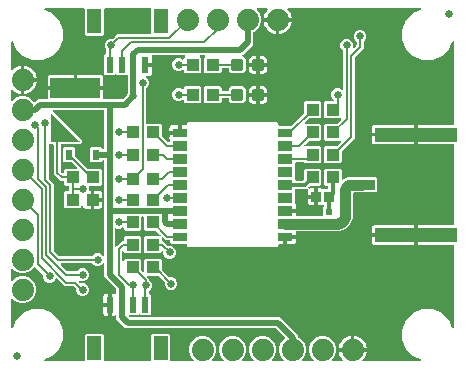
<source format=gtl>
G04 EAGLE Gerber RS-274X export*
G75*
%MOMM*%
%FSLAX34Y34*%
%LPD*%
%INTop Copper*%
%IPPOS*%
%AMOC8*
5,1,8,0,0,1.08239X$1,22.5*%
G01*
%ADD10R,1.200000X2.000000*%
%ADD11R,0.600000X1.350000*%
%ADD12C,1.879600*%
%ADD13R,1.100000X1.000000*%
%ADD14R,4.200000X1.700000*%
%ADD15R,1.000000X1.000000*%
%ADD16C,0.300000*%
%ADD17R,0.630000X0.830000*%
%ADD18R,0.850000X0.900000*%
%ADD19R,1.300000X0.800000*%
%ADD20R,1.300000X0.900000*%
%ADD21R,0.600000X0.600000*%
%ADD22C,0.635000*%
%ADD23R,7.000000X1.150000*%
%ADD24R,2.200000X0.900000*%
%ADD25C,0.508000*%
%ADD26C,0.660400*%
%ADD27C,0.177800*%
%ADD28C,0.304800*%
%ADD29C,0.889000*%

G36*
X258419Y3060D02*
X258419Y3060D01*
X258490Y3062D01*
X258539Y3080D01*
X258591Y3088D01*
X258654Y3122D01*
X258721Y3147D01*
X258762Y3179D01*
X258808Y3204D01*
X258857Y3256D01*
X258913Y3300D01*
X258942Y3344D01*
X258977Y3382D01*
X259008Y3447D01*
X259046Y3507D01*
X259059Y3558D01*
X259081Y3605D01*
X259089Y3676D01*
X259107Y3746D01*
X259102Y3798D01*
X259108Y3849D01*
X259093Y3920D01*
X259087Y3991D01*
X259067Y4039D01*
X259056Y4090D01*
X259019Y4151D01*
X258991Y4217D01*
X258946Y4273D01*
X258930Y4301D01*
X258912Y4316D01*
X258886Y4348D01*
X257010Y6225D01*
X255269Y10426D01*
X255269Y14974D01*
X257010Y19175D01*
X260225Y22390D01*
X264426Y24131D01*
X268974Y24131D01*
X273175Y22390D01*
X276390Y19175D01*
X278131Y14974D01*
X278131Y10426D01*
X276390Y6225D01*
X274514Y4348D01*
X274472Y4290D01*
X274423Y4238D01*
X274401Y4191D01*
X274370Y4149D01*
X274349Y4080D01*
X274319Y4015D01*
X274313Y3963D01*
X274298Y3913D01*
X274300Y3842D01*
X274292Y3771D01*
X274303Y3720D01*
X274304Y3668D01*
X274329Y3600D01*
X274344Y3530D01*
X274371Y3485D01*
X274389Y3437D01*
X274434Y3381D01*
X274470Y3319D01*
X274510Y3285D01*
X274542Y3245D01*
X274603Y3206D01*
X274657Y3159D01*
X274705Y3140D01*
X274749Y3112D01*
X274819Y3094D01*
X274885Y3067D01*
X274957Y3059D01*
X274988Y3051D01*
X275011Y3053D01*
X275052Y3049D01*
X283030Y3049D01*
X283100Y3060D01*
X283172Y3062D01*
X283221Y3080D01*
X283272Y3088D01*
X283336Y3122D01*
X283403Y3147D01*
X283444Y3179D01*
X283490Y3204D01*
X283539Y3255D01*
X283595Y3300D01*
X283623Y3344D01*
X283659Y3382D01*
X283689Y3447D01*
X283728Y3507D01*
X283741Y3558D01*
X283763Y3605D01*
X283771Y3676D01*
X283788Y3746D01*
X283784Y3798D01*
X283790Y3849D01*
X283775Y3920D01*
X283769Y3991D01*
X283749Y4039D01*
X283738Y4090D01*
X283701Y4151D01*
X283673Y4217D01*
X283628Y4273D01*
X283611Y4301D01*
X283594Y4316D01*
X283568Y4348D01*
X282994Y4922D01*
X281889Y6443D01*
X281036Y8117D01*
X280455Y9904D01*
X280254Y11177D01*
X291338Y11177D01*
X291358Y11180D01*
X291377Y11178D01*
X291479Y11200D01*
X291581Y11217D01*
X291598Y11226D01*
X291618Y11230D01*
X291707Y11283D01*
X291798Y11332D01*
X291812Y11346D01*
X291829Y11356D01*
X291896Y11435D01*
X291967Y11510D01*
X291976Y11528D01*
X291989Y11543D01*
X292027Y11639D01*
X292071Y11733D01*
X292073Y11753D01*
X292081Y11771D01*
X292099Y11938D01*
X292099Y12701D01*
X292101Y12701D01*
X292101Y11938D01*
X292104Y11918D01*
X292102Y11899D01*
X292124Y11797D01*
X292141Y11695D01*
X292150Y11678D01*
X292154Y11658D01*
X292207Y11569D01*
X292256Y11478D01*
X292270Y11464D01*
X292280Y11447D01*
X292359Y11380D01*
X292434Y11309D01*
X292452Y11300D01*
X292467Y11287D01*
X292563Y11248D01*
X292657Y11205D01*
X292677Y11203D01*
X292695Y11195D01*
X292862Y11177D01*
X303946Y11177D01*
X303745Y9904D01*
X303164Y8117D01*
X302311Y6443D01*
X301206Y4922D01*
X300632Y4348D01*
X300590Y4290D01*
X300541Y4238D01*
X300519Y4191D01*
X300489Y4149D01*
X300468Y4080D01*
X300437Y4015D01*
X300432Y3963D01*
X300416Y3913D01*
X300418Y3842D01*
X300410Y3771D01*
X300421Y3720D01*
X300423Y3668D01*
X300447Y3600D01*
X300462Y3530D01*
X300489Y3485D01*
X300507Y3437D01*
X300552Y3381D01*
X300589Y3319D01*
X300628Y3285D01*
X300661Y3245D01*
X300721Y3206D01*
X300776Y3159D01*
X300824Y3140D01*
X300868Y3112D01*
X300937Y3094D01*
X301004Y3067D01*
X301075Y3059D01*
X301106Y3051D01*
X301130Y3053D01*
X301170Y3049D01*
X349314Y3049D01*
X349410Y3064D01*
X349507Y3074D01*
X349531Y3084D01*
X349557Y3088D01*
X349643Y3134D01*
X349732Y3174D01*
X349751Y3191D01*
X349775Y3204D01*
X349841Y3274D01*
X349913Y3340D01*
X349926Y3363D01*
X349944Y3382D01*
X349985Y3470D01*
X350032Y3556D01*
X350037Y3581D01*
X350048Y3605D01*
X350058Y3702D01*
X350076Y3798D01*
X350072Y3824D01*
X350075Y3849D01*
X350054Y3945D01*
X350040Y4041D01*
X350028Y4064D01*
X350022Y4090D01*
X349972Y4173D01*
X349928Y4260D01*
X349910Y4279D01*
X349896Y4301D01*
X349822Y4364D01*
X349753Y4432D01*
X349724Y4448D01*
X349709Y4461D01*
X349679Y4473D01*
X349606Y4513D01*
X343370Y7096D01*
X337296Y13170D01*
X334009Y21105D01*
X334009Y29695D01*
X337296Y37630D01*
X343370Y43704D01*
X351305Y46991D01*
X359895Y46991D01*
X367830Y43704D01*
X373904Y37630D01*
X376487Y31394D01*
X376538Y31311D01*
X376584Y31225D01*
X376603Y31207D01*
X376616Y31185D01*
X376691Y31123D01*
X376762Y31056D01*
X376786Y31045D01*
X376806Y31028D01*
X376897Y30993D01*
X376985Y30952D01*
X377011Y30950D01*
X377035Y30940D01*
X377133Y30936D01*
X377229Y30925D01*
X377255Y30931D01*
X377281Y30930D01*
X377375Y30957D01*
X377470Y30978D01*
X377492Y30991D01*
X377517Y30998D01*
X377597Y31054D01*
X377681Y31104D01*
X377698Y31124D01*
X377719Y31139D01*
X377778Y31217D01*
X377841Y31291D01*
X377851Y31315D01*
X377866Y31336D01*
X377896Y31428D01*
X377933Y31519D01*
X377936Y31551D01*
X377942Y31570D01*
X377942Y31603D01*
X377951Y31686D01*
X377951Y100848D01*
X377948Y100868D01*
X377950Y100887D01*
X377928Y100989D01*
X377912Y101091D01*
X377902Y101108D01*
X377898Y101128D01*
X377845Y101217D01*
X377796Y101308D01*
X377782Y101322D01*
X377772Y101339D01*
X377693Y101406D01*
X377618Y101478D01*
X377600Y101486D01*
X377585Y101499D01*
X377489Y101538D01*
X377395Y101581D01*
X377375Y101583D01*
X377357Y101591D01*
X377190Y101609D01*
X347523Y101609D01*
X347523Y109138D01*
X347520Y109158D01*
X347522Y109177D01*
X347500Y109279D01*
X347483Y109381D01*
X347474Y109398D01*
X347470Y109418D01*
X347417Y109507D01*
X347368Y109598D01*
X347354Y109612D01*
X347344Y109629D01*
X347265Y109696D01*
X347190Y109767D01*
X347172Y109776D01*
X347157Y109789D01*
X347061Y109828D01*
X346967Y109871D01*
X346947Y109873D01*
X346929Y109881D01*
X346762Y109899D01*
X345999Y109899D01*
X345999Y109901D01*
X346762Y109901D01*
X346782Y109904D01*
X346801Y109902D01*
X346903Y109924D01*
X347005Y109941D01*
X347022Y109950D01*
X347042Y109954D01*
X347131Y110007D01*
X347222Y110056D01*
X347236Y110070D01*
X347253Y110080D01*
X347320Y110159D01*
X347391Y110234D01*
X347400Y110252D01*
X347413Y110267D01*
X347452Y110363D01*
X347495Y110457D01*
X347497Y110477D01*
X347505Y110495D01*
X347523Y110662D01*
X347523Y118191D01*
X377190Y118191D01*
X377210Y118194D01*
X377229Y118192D01*
X377331Y118214D01*
X377433Y118230D01*
X377450Y118240D01*
X377470Y118244D01*
X377559Y118297D01*
X377650Y118346D01*
X377664Y118360D01*
X377681Y118370D01*
X377748Y118449D01*
X377820Y118524D01*
X377828Y118542D01*
X377841Y118557D01*
X377880Y118653D01*
X377923Y118747D01*
X377925Y118767D01*
X377933Y118785D01*
X377951Y118952D01*
X377951Y185848D01*
X377948Y185868D01*
X377950Y185887D01*
X377928Y185989D01*
X377912Y186091D01*
X377902Y186108D01*
X377898Y186128D01*
X377845Y186217D01*
X377796Y186308D01*
X377782Y186322D01*
X377772Y186339D01*
X377693Y186406D01*
X377618Y186478D01*
X377600Y186486D01*
X377585Y186499D01*
X377489Y186538D01*
X377395Y186581D01*
X377375Y186583D01*
X377357Y186591D01*
X377190Y186609D01*
X347523Y186609D01*
X347523Y194138D01*
X347521Y194151D01*
X347522Y194162D01*
X347521Y194167D01*
X347522Y194177D01*
X347500Y194279D01*
X347483Y194381D01*
X347474Y194398D01*
X347470Y194418D01*
X347417Y194507D01*
X347368Y194598D01*
X347354Y194612D01*
X347344Y194629D01*
X347265Y194696D01*
X347190Y194767D01*
X347172Y194776D01*
X347157Y194789D01*
X347061Y194828D01*
X346967Y194871D01*
X346947Y194873D01*
X346929Y194881D01*
X346762Y194899D01*
X345999Y194899D01*
X345999Y194901D01*
X346762Y194901D01*
X346782Y194904D01*
X346801Y194902D01*
X346903Y194924D01*
X347005Y194941D01*
X347022Y194950D01*
X347042Y194954D01*
X347131Y195007D01*
X347222Y195056D01*
X347236Y195070D01*
X347253Y195080D01*
X347320Y195159D01*
X347391Y195234D01*
X347400Y195252D01*
X347413Y195267D01*
X347452Y195363D01*
X347495Y195457D01*
X347497Y195477D01*
X347505Y195495D01*
X347523Y195662D01*
X347523Y203191D01*
X377190Y203191D01*
X377210Y203194D01*
X377229Y203192D01*
X377331Y203214D01*
X377433Y203230D01*
X377450Y203240D01*
X377470Y203244D01*
X377559Y203297D01*
X377650Y203346D01*
X377664Y203360D01*
X377681Y203370D01*
X377748Y203449D01*
X377820Y203524D01*
X377828Y203542D01*
X377841Y203557D01*
X377880Y203653D01*
X377923Y203747D01*
X377925Y203767D01*
X377933Y203785D01*
X377951Y203952D01*
X377951Y273114D01*
X377936Y273210D01*
X377926Y273307D01*
X377916Y273331D01*
X377912Y273357D01*
X377866Y273443D01*
X377826Y273532D01*
X377809Y273551D01*
X377796Y273575D01*
X377726Y273641D01*
X377660Y273713D01*
X377637Y273726D01*
X377618Y273744D01*
X377530Y273785D01*
X377444Y273832D01*
X377419Y273837D01*
X377395Y273848D01*
X377298Y273858D01*
X377202Y273876D01*
X377176Y273872D01*
X377151Y273875D01*
X377055Y273854D01*
X376959Y273840D01*
X376936Y273828D01*
X376910Y273822D01*
X376827Y273772D01*
X376740Y273728D01*
X376721Y273710D01*
X376699Y273696D01*
X376636Y273622D01*
X376568Y273553D01*
X376552Y273524D01*
X376539Y273509D01*
X376527Y273479D01*
X376487Y273406D01*
X373904Y267170D01*
X367830Y261096D01*
X359895Y257809D01*
X351305Y257809D01*
X343370Y261096D01*
X337296Y267170D01*
X334009Y275105D01*
X334009Y283695D01*
X337296Y291630D01*
X343370Y297704D01*
X349606Y300287D01*
X349689Y300338D01*
X349775Y300384D01*
X349793Y300403D01*
X349815Y300416D01*
X349877Y300491D01*
X349944Y300562D01*
X349955Y300586D01*
X349972Y300606D01*
X350007Y300697D01*
X350048Y300785D01*
X350050Y300811D01*
X350060Y300835D01*
X350064Y300933D01*
X350075Y301029D01*
X350069Y301055D01*
X350070Y301081D01*
X350043Y301175D01*
X350022Y301270D01*
X350009Y301292D01*
X350002Y301317D01*
X349946Y301397D01*
X349896Y301481D01*
X349876Y301498D01*
X349861Y301519D01*
X349783Y301578D01*
X349709Y301641D01*
X349685Y301651D01*
X349664Y301666D01*
X349572Y301696D01*
X349481Y301733D01*
X349449Y301736D01*
X349430Y301742D01*
X349397Y301742D01*
X349314Y301751D01*
X237670Y301751D01*
X237600Y301740D01*
X237528Y301738D01*
X237479Y301720D01*
X237428Y301712D01*
X237364Y301678D01*
X237297Y301653D01*
X237256Y301621D01*
X237210Y301596D01*
X237161Y301545D01*
X237105Y301500D01*
X237077Y301456D01*
X237041Y301418D01*
X237011Y301353D01*
X236972Y301293D01*
X236959Y301242D01*
X236937Y301195D01*
X236929Y301124D01*
X236912Y301054D01*
X236916Y301002D01*
X236910Y300951D01*
X236925Y300880D01*
X236931Y300809D01*
X236951Y300761D01*
X236962Y300710D01*
X236999Y300649D01*
X237027Y300583D01*
X237072Y300527D01*
X237089Y300499D01*
X237106Y300484D01*
X237132Y300452D01*
X237706Y299878D01*
X238811Y298357D01*
X239664Y296683D01*
X240245Y294896D01*
X240446Y293623D01*
X229362Y293623D01*
X229342Y293620D01*
X229323Y293622D01*
X229221Y293600D01*
X229119Y293583D01*
X229102Y293574D01*
X229082Y293570D01*
X228993Y293517D01*
X228902Y293468D01*
X228888Y293454D01*
X228871Y293444D01*
X228804Y293365D01*
X228733Y293290D01*
X228724Y293272D01*
X228711Y293257D01*
X228673Y293161D01*
X228629Y293067D01*
X228627Y293047D01*
X228619Y293029D01*
X228601Y292862D01*
X228601Y292099D01*
X228599Y292099D01*
X228599Y292862D01*
X228596Y292882D01*
X228598Y292901D01*
X228576Y293003D01*
X228559Y293105D01*
X228550Y293122D01*
X228546Y293142D01*
X228493Y293231D01*
X228444Y293322D01*
X228430Y293336D01*
X228420Y293353D01*
X228341Y293420D01*
X228266Y293491D01*
X228248Y293500D01*
X228233Y293513D01*
X228137Y293552D01*
X228043Y293595D01*
X228023Y293597D01*
X228005Y293605D01*
X227838Y293623D01*
X216754Y293623D01*
X216955Y294896D01*
X217536Y296683D01*
X218389Y298357D01*
X219494Y299878D01*
X220068Y300452D01*
X220110Y300510D01*
X220159Y300562D01*
X220181Y300609D01*
X220211Y300651D01*
X220232Y300720D01*
X220263Y300785D01*
X220268Y300837D01*
X220284Y300887D01*
X220282Y300958D01*
X220290Y301029D01*
X220279Y301080D01*
X220277Y301132D01*
X220253Y301200D01*
X220238Y301270D01*
X220211Y301315D01*
X220193Y301363D01*
X220148Y301419D01*
X220111Y301481D01*
X220072Y301515D01*
X220039Y301555D01*
X219979Y301594D01*
X219924Y301641D01*
X219876Y301660D01*
X219832Y301688D01*
X219763Y301706D01*
X219696Y301733D01*
X219625Y301741D01*
X219594Y301749D01*
X219570Y301747D01*
X219530Y301751D01*
X211552Y301751D01*
X211481Y301740D01*
X211410Y301738D01*
X211361Y301720D01*
X211309Y301712D01*
X211246Y301678D01*
X211179Y301653D01*
X211138Y301621D01*
X211092Y301596D01*
X211043Y301544D01*
X210987Y301500D01*
X210958Y301456D01*
X210923Y301418D01*
X210892Y301353D01*
X210854Y301293D01*
X210841Y301242D01*
X210819Y301195D01*
X210811Y301124D01*
X210793Y301054D01*
X210798Y301002D01*
X210792Y300951D01*
X210807Y300880D01*
X210813Y300809D01*
X210833Y300761D01*
X210844Y300710D01*
X210881Y300649D01*
X210909Y300583D01*
X210954Y300527D01*
X210970Y300499D01*
X210988Y300484D01*
X211014Y300452D01*
X212890Y298575D01*
X214631Y294374D01*
X214631Y289826D01*
X212890Y285625D01*
X209675Y282410D01*
X208243Y281816D01*
X208143Y281754D01*
X208043Y281695D01*
X208039Y281690D01*
X208034Y281687D01*
X207959Y281596D01*
X207883Y281508D01*
X207881Y281502D01*
X207877Y281497D01*
X207835Y281388D01*
X207791Y281280D01*
X207790Y281272D01*
X207789Y281268D01*
X207788Y281249D01*
X207773Y281113D01*
X207773Y271156D01*
X201646Y265029D01*
X198949Y262332D01*
X198907Y262274D01*
X198858Y262222D01*
X198836Y262175D01*
X198806Y262133D01*
X198784Y262064D01*
X198754Y261999D01*
X198749Y261947D01*
X198733Y261897D01*
X198735Y261826D01*
X198727Y261755D01*
X198738Y261704D01*
X198740Y261652D01*
X198764Y261584D01*
X198779Y261514D01*
X198806Y261469D01*
X198824Y261421D01*
X198869Y261365D01*
X198906Y261303D01*
X198945Y261269D01*
X198978Y261229D01*
X199038Y261190D01*
X199092Y261143D01*
X199141Y261124D01*
X199185Y261096D01*
X199254Y261078D01*
X199321Y261051D01*
X199382Y261044D01*
X201463Y258963D01*
X201463Y249037D01*
X199393Y246967D01*
X189467Y246967D01*
X187397Y249037D01*
X187397Y250317D01*
X187394Y250337D01*
X187396Y250356D01*
X187374Y250458D01*
X187358Y250560D01*
X187348Y250577D01*
X187344Y250597D01*
X187291Y250686D01*
X187242Y250777D01*
X187228Y250791D01*
X187218Y250808D01*
X187139Y250875D01*
X187064Y250947D01*
X187046Y250955D01*
X187031Y250968D01*
X186935Y251007D01*
X186841Y251050D01*
X186821Y251052D01*
X186803Y251060D01*
X186636Y251078D01*
X181894Y251078D01*
X181874Y251075D01*
X181855Y251077D01*
X181753Y251055D01*
X181651Y251039D01*
X181634Y251029D01*
X181614Y251025D01*
X181525Y250972D01*
X181434Y250923D01*
X181420Y250909D01*
X181403Y250899D01*
X181336Y250820D01*
X181264Y250745D01*
X181256Y250727D01*
X181243Y250712D01*
X181204Y250616D01*
X181161Y250522D01*
X181159Y250502D01*
X181151Y250484D01*
X181133Y250317D01*
X181133Y248158D01*
X179942Y246967D01*
X167258Y246967D01*
X166067Y248158D01*
X166067Y259842D01*
X167053Y260828D01*
X167095Y260886D01*
X167144Y260938D01*
X167166Y260985D01*
X167197Y261027D01*
X167218Y261096D01*
X167248Y261161D01*
X167254Y261213D01*
X167269Y261263D01*
X167267Y261334D01*
X167275Y261405D01*
X167264Y261456D01*
X167263Y261508D01*
X167238Y261576D01*
X167223Y261646D01*
X167196Y261691D01*
X167178Y261739D01*
X167133Y261795D01*
X167097Y261857D01*
X167057Y261891D01*
X167024Y261931D01*
X166964Y261970D01*
X166910Y262017D01*
X166861Y262036D01*
X166817Y262064D01*
X166748Y262082D01*
X166681Y262109D01*
X166610Y262117D01*
X166579Y262125D01*
X166556Y262123D01*
X166515Y262127D01*
X163685Y262127D01*
X163615Y262116D01*
X163543Y262114D01*
X163494Y262096D01*
X163443Y262088D01*
X163379Y262054D01*
X163312Y262029D01*
X163271Y261997D01*
X163225Y261972D01*
X163176Y261920D01*
X163120Y261876D01*
X163092Y261832D01*
X163056Y261794D01*
X163026Y261729D01*
X162987Y261669D01*
X162974Y261618D01*
X162952Y261571D01*
X162944Y261500D01*
X162927Y261430D01*
X162931Y261378D01*
X162925Y261327D01*
X162940Y261256D01*
X162946Y261185D01*
X162966Y261137D01*
X162977Y261086D01*
X163014Y261025D01*
X163042Y260959D01*
X163087Y260903D01*
X163103Y260875D01*
X163121Y260860D01*
X163147Y260828D01*
X164133Y259842D01*
X164133Y248158D01*
X162942Y246967D01*
X150258Y246967D01*
X149067Y248158D01*
X149067Y248905D01*
X149056Y248976D01*
X149054Y249048D01*
X149036Y249097D01*
X149028Y249148D01*
X148994Y249211D01*
X148969Y249279D01*
X148937Y249319D01*
X148912Y249365D01*
X148860Y249415D01*
X148816Y249471D01*
X148772Y249499D01*
X148734Y249535D01*
X148669Y249565D01*
X148609Y249604D01*
X148558Y249616D01*
X148511Y249638D01*
X148440Y249646D01*
X148370Y249664D01*
X148318Y249660D01*
X148267Y249665D01*
X148196Y249650D01*
X148125Y249644D01*
X148077Y249624D01*
X148026Y249613D01*
X147965Y249576D01*
X147899Y249548D01*
X147843Y249503D01*
X147815Y249487D01*
X147810Y249481D01*
X145841Y248665D01*
X143719Y248665D01*
X141758Y249477D01*
X140257Y250978D01*
X139445Y252939D01*
X139445Y255061D01*
X140257Y257022D01*
X141758Y258523D01*
X143719Y259335D01*
X145841Y259335D01*
X147830Y258511D01*
X147878Y258465D01*
X147925Y258444D01*
X147967Y258413D01*
X148036Y258392D01*
X148101Y258362D01*
X148153Y258356D01*
X148202Y258341D01*
X148274Y258343D01*
X148345Y258335D01*
X148396Y258346D01*
X148448Y258347D01*
X148516Y258372D01*
X148586Y258387D01*
X148631Y258414D01*
X148679Y258432D01*
X148735Y258476D01*
X148797Y258513D01*
X148831Y258553D01*
X148871Y258585D01*
X148910Y258646D01*
X148957Y258700D01*
X148976Y258748D01*
X149004Y258792D01*
X149022Y258862D01*
X149049Y258928D01*
X149057Y258999D01*
X149065Y259031D01*
X149063Y259054D01*
X149067Y259095D01*
X149067Y259842D01*
X150053Y260828D01*
X150095Y260886D01*
X150144Y260938D01*
X150166Y260985D01*
X150197Y261027D01*
X150218Y261096D01*
X150248Y261161D01*
X150254Y261213D01*
X150269Y261263D01*
X150267Y261334D01*
X150275Y261405D01*
X150264Y261456D01*
X150263Y261508D01*
X150238Y261576D01*
X150223Y261646D01*
X150196Y261691D01*
X150178Y261739D01*
X150133Y261795D01*
X150097Y261857D01*
X150057Y261891D01*
X150024Y261931D01*
X149964Y261970D01*
X149910Y262017D01*
X149861Y262036D01*
X149817Y262064D01*
X149748Y262082D01*
X149681Y262109D01*
X149610Y262117D01*
X149579Y262125D01*
X149556Y262123D01*
X149515Y262127D01*
X122853Y262127D01*
X122738Y262108D01*
X122618Y262090D01*
X122615Y262088D01*
X122611Y262088D01*
X122507Y262033D01*
X122400Y261977D01*
X122397Y261974D01*
X122393Y261972D01*
X122311Y261886D01*
X122229Y261801D01*
X122227Y261797D01*
X122224Y261794D01*
X122174Y261686D01*
X122123Y261579D01*
X122122Y261575D01*
X122120Y261571D01*
X122107Y261452D01*
X122093Y261335D01*
X122094Y261330D01*
X122093Y261327D01*
X122096Y261313D01*
X122118Y261169D01*
X122141Y261085D01*
X122141Y255499D01*
X117338Y255499D01*
X117319Y255496D01*
X117299Y255498D01*
X117197Y255476D01*
X117095Y255460D01*
X117078Y255450D01*
X117058Y255446D01*
X116969Y255393D01*
X116878Y255344D01*
X116864Y255330D01*
X116847Y255320D01*
X116780Y255241D01*
X116709Y255166D01*
X116700Y255148D01*
X116687Y255133D01*
X116649Y255037D01*
X116605Y254943D01*
X116603Y254923D01*
X116595Y254905D01*
X116577Y254738D01*
X116577Y253262D01*
X116580Y253242D01*
X116578Y253222D01*
X116600Y253121D01*
X116617Y253019D01*
X116626Y253002D01*
X116630Y252982D01*
X116683Y252893D01*
X116732Y252802D01*
X116746Y252788D01*
X116756Y252771D01*
X116835Y252704D01*
X116910Y252632D01*
X116928Y252624D01*
X116943Y252611D01*
X117040Y252572D01*
X117133Y252529D01*
X117153Y252527D01*
X117171Y252519D01*
X117338Y252501D01*
X122141Y252501D01*
X122141Y246916D01*
X121968Y246269D01*
X121633Y245690D01*
X121160Y245217D01*
X120581Y244882D01*
X119934Y244709D01*
X117705Y244709D01*
X117608Y244693D01*
X117511Y244684D01*
X117487Y244674D01*
X117462Y244670D01*
X117376Y244624D01*
X117286Y244584D01*
X117267Y244567D01*
X117244Y244554D01*
X117177Y244484D01*
X117105Y244418D01*
X117093Y244395D01*
X117075Y244376D01*
X117034Y244288D01*
X116987Y244202D01*
X116982Y244176D01*
X116971Y244153D01*
X116961Y244056D01*
X116943Y243960D01*
X116947Y243934D01*
X116944Y243909D01*
X116965Y243813D01*
X116979Y243717D01*
X116991Y243694D01*
X116997Y243668D01*
X117047Y243584D01*
X117091Y243497D01*
X117109Y243479D01*
X117123Y243457D01*
X117197Y243394D01*
X117267Y243325D01*
X117294Y243310D01*
X118823Y241782D01*
X119635Y239821D01*
X119635Y237699D01*
X118823Y235738D01*
X117445Y234360D01*
X117392Y234286D01*
X117332Y234217D01*
X117320Y234187D01*
X117301Y234161D01*
X117274Y234074D01*
X117240Y233989D01*
X117236Y233948D01*
X117229Y233925D01*
X117230Y233893D01*
X117222Y233822D01*
X117222Y204644D01*
X117225Y204624D01*
X117223Y204605D01*
X117245Y204503D01*
X117261Y204401D01*
X117271Y204384D01*
X117275Y204364D01*
X117328Y204275D01*
X117377Y204184D01*
X117391Y204170D01*
X117401Y204153D01*
X117480Y204086D01*
X117555Y204014D01*
X117573Y204006D01*
X117588Y203993D01*
X117684Y203954D01*
X117778Y203911D01*
X117798Y203909D01*
X117816Y203901D01*
X117983Y203883D01*
X129142Y203883D01*
X130333Y202692D01*
X130333Y194155D01*
X130347Y194064D01*
X130355Y193974D01*
X130367Y193944D01*
X130372Y193912D01*
X130415Y193831D01*
X130451Y193747D01*
X130477Y193715D01*
X130488Y193694D01*
X130511Y193672D01*
X130556Y193616D01*
X135627Y188545D01*
X135701Y188492D01*
X135771Y188432D01*
X135801Y188420D01*
X135827Y188401D01*
X135914Y188374D01*
X135999Y188340D01*
X136040Y188336D01*
X136062Y188329D01*
X136094Y188330D01*
X136166Y188322D01*
X136706Y188322D01*
X136726Y188325D01*
X136745Y188323D01*
X136847Y188345D01*
X136949Y188361D01*
X136966Y188371D01*
X136986Y188375D01*
X137075Y188428D01*
X137166Y188477D01*
X137180Y188491D01*
X137197Y188501D01*
X137264Y188580D01*
X137336Y188655D01*
X137344Y188673D01*
X137357Y188688D01*
X137396Y188784D01*
X137439Y188878D01*
X137441Y188898D01*
X137449Y188916D01*
X137467Y189083D01*
X137467Y190635D01*
X137449Y190748D01*
X137433Y190862D01*
X137429Y190872D01*
X137428Y190878D01*
X137417Y190898D01*
X137365Y191016D01*
X137132Y191419D01*
X136959Y192066D01*
X136959Y194877D01*
X145238Y194877D01*
X145258Y194880D01*
X145277Y194878D01*
X145379Y194900D01*
X145481Y194917D01*
X145498Y194926D01*
X145518Y194930D01*
X145607Y194983D01*
X145698Y195032D01*
X145712Y195046D01*
X145729Y195056D01*
X145796Y195135D01*
X145867Y195210D01*
X145876Y195228D01*
X145889Y195243D01*
X145928Y195339D01*
X145971Y195433D01*
X145973Y195453D01*
X145981Y195471D01*
X145999Y195638D01*
X145999Y196401D01*
X146762Y196401D01*
X146782Y196404D01*
X146801Y196402D01*
X146903Y196424D01*
X147005Y196441D01*
X147022Y196450D01*
X147042Y196454D01*
X147131Y196507D01*
X147222Y196556D01*
X147236Y196570D01*
X147253Y196580D01*
X147320Y196659D01*
X147391Y196734D01*
X147400Y196752D01*
X147413Y196767D01*
X147452Y196863D01*
X147495Y196957D01*
X147497Y196977D01*
X147505Y196995D01*
X147523Y197162D01*
X147523Y202941D01*
X150876Y202941D01*
X150896Y202944D01*
X150915Y202942D01*
X151017Y202964D01*
X151119Y202980D01*
X151136Y202990D01*
X151156Y202994D01*
X151245Y203047D01*
X151336Y203096D01*
X151350Y203110D01*
X151367Y203120D01*
X151434Y203199D01*
X151506Y203274D01*
X151514Y203292D01*
X151527Y203307D01*
X151566Y203403D01*
X151609Y203497D01*
X151611Y203517D01*
X151619Y203535D01*
X151637Y203702D01*
X151637Y204042D01*
X152828Y205233D01*
X228172Y205233D01*
X229363Y204042D01*
X229363Y203194D01*
X229366Y203174D01*
X229364Y203155D01*
X229386Y203053D01*
X229402Y202951D01*
X229412Y202934D01*
X229416Y202914D01*
X229469Y202825D01*
X229518Y202734D01*
X229532Y202720D01*
X229542Y202703D01*
X229621Y202636D01*
X229696Y202564D01*
X229714Y202556D01*
X229729Y202543D01*
X229825Y202504D01*
X229919Y202461D01*
X229939Y202459D01*
X229957Y202451D01*
X230124Y202433D01*
X240285Y202433D01*
X240376Y202447D01*
X240466Y202455D01*
X240496Y202467D01*
X240528Y202472D01*
X240609Y202515D01*
X240693Y202551D01*
X240725Y202577D01*
X240746Y202588D01*
X240768Y202611D01*
X240824Y202656D01*
X250444Y212276D01*
X250497Y212350D01*
X250557Y212420D01*
X250569Y212450D01*
X250588Y212476D01*
X250615Y212563D01*
X250649Y212648D01*
X250653Y212689D01*
X250660Y212711D01*
X250659Y212743D01*
X250667Y212815D01*
X250667Y221742D01*
X251858Y222933D01*
X264542Y222933D01*
X265733Y221742D01*
X265733Y210058D01*
X264542Y208867D01*
X255615Y208867D01*
X255524Y208853D01*
X255434Y208845D01*
X255404Y208833D01*
X255372Y208828D01*
X255291Y208785D01*
X255207Y208749D01*
X255175Y208723D01*
X255154Y208712D01*
X255132Y208689D01*
X255076Y208644D01*
X251614Y205182D01*
X251572Y205124D01*
X251523Y205072D01*
X251501Y205025D01*
X251471Y204983D01*
X251450Y204914D01*
X251419Y204849D01*
X251414Y204797D01*
X251398Y204747D01*
X251400Y204676D01*
X251392Y204605D01*
X251403Y204554D01*
X251405Y204502D01*
X251429Y204434D01*
X251445Y204364D01*
X251471Y204320D01*
X251489Y204271D01*
X251534Y204215D01*
X251571Y204153D01*
X251610Y204119D01*
X251643Y204079D01*
X251703Y204040D01*
X251758Y203993D01*
X251806Y203974D01*
X251850Y203946D01*
X251919Y203928D01*
X251986Y203901D01*
X252057Y203893D01*
X252088Y203885D01*
X252112Y203887D01*
X252152Y203883D01*
X264542Y203883D01*
X265733Y202692D01*
X265733Y191008D01*
X264542Y189817D01*
X255615Y189817D01*
X255524Y189803D01*
X255434Y189795D01*
X255404Y189783D01*
X255372Y189778D01*
X255291Y189735D01*
X255207Y189699D01*
X255175Y189673D01*
X255154Y189662D01*
X255132Y189639D01*
X255076Y189594D01*
X251614Y186132D01*
X251572Y186074D01*
X251523Y186022D01*
X251501Y185975D01*
X251471Y185933D01*
X251450Y185864D01*
X251419Y185799D01*
X251414Y185747D01*
X251398Y185697D01*
X251400Y185626D01*
X251392Y185555D01*
X251403Y185504D01*
X251405Y185452D01*
X251429Y185384D01*
X251445Y185314D01*
X251471Y185270D01*
X251489Y185221D01*
X251534Y185165D01*
X251571Y185103D01*
X251610Y185069D01*
X251643Y185029D01*
X251703Y184990D01*
X251758Y184943D01*
X251806Y184924D01*
X251850Y184896D01*
X251919Y184878D01*
X251986Y184851D01*
X252057Y184843D01*
X252088Y184835D01*
X252112Y184837D01*
X252152Y184833D01*
X264542Y184833D01*
X265733Y183642D01*
X265733Y171958D01*
X264542Y170767D01*
X251858Y170767D01*
X251370Y171255D01*
X251296Y171308D01*
X251227Y171368D01*
X251196Y171380D01*
X251170Y171399D01*
X251083Y171426D01*
X250998Y171460D01*
X250957Y171464D01*
X250935Y171471D01*
X250903Y171470D01*
X250832Y171478D01*
X244294Y171478D01*
X244274Y171475D01*
X244255Y171477D01*
X244153Y171455D01*
X244051Y171439D01*
X244034Y171429D01*
X244014Y171425D01*
X243925Y171372D01*
X243834Y171323D01*
X243820Y171309D01*
X243803Y171299D01*
X243736Y171220D01*
X243664Y171145D01*
X243656Y171127D01*
X243643Y171112D01*
X243604Y171016D01*
X243561Y170922D01*
X243559Y170902D01*
X243551Y170884D01*
X243533Y170717D01*
X243533Y156718D01*
X243536Y156698D01*
X243534Y156679D01*
X243556Y156577D01*
X243572Y156475D01*
X243582Y156458D01*
X243586Y156438D01*
X243639Y156349D01*
X243688Y156258D01*
X243702Y156244D01*
X243712Y156227D01*
X243791Y156160D01*
X243866Y156088D01*
X243884Y156080D01*
X243899Y156067D01*
X243995Y156028D01*
X244089Y155985D01*
X244109Y155983D01*
X244127Y155975D01*
X244294Y155957D01*
X249906Y155957D01*
X249926Y155960D01*
X249945Y155958D01*
X250047Y155980D01*
X250149Y155996D01*
X250166Y156006D01*
X250186Y156010D01*
X250275Y156063D01*
X250366Y156112D01*
X250380Y156126D01*
X250397Y156136D01*
X250464Y156215D01*
X250536Y156290D01*
X250544Y156308D01*
X250557Y156323D01*
X250596Y156419D01*
X250639Y156513D01*
X250641Y156533D01*
X250649Y156551D01*
X250667Y156718D01*
X250667Y164592D01*
X251858Y165783D01*
X264542Y165783D01*
X265733Y164592D01*
X265733Y152908D01*
X264542Y151717D01*
X256513Y151717D01*
X256422Y151703D01*
X256332Y151695D01*
X256302Y151683D01*
X256270Y151678D01*
X256189Y151635D01*
X256105Y151599D01*
X256073Y151573D01*
X256052Y151562D01*
X256030Y151539D01*
X255974Y151494D01*
X254832Y150352D01*
X254818Y150332D01*
X254798Y150316D01*
X254784Y150292D01*
X254774Y150284D01*
X254747Y150233D01*
X254746Y150232D01*
X254689Y150153D01*
X254681Y150129D01*
X254668Y150107D01*
X254660Y150074D01*
X254657Y150068D01*
X254651Y150035D01*
X254645Y150011D01*
X254617Y149918D01*
X254617Y149892D01*
X254611Y149868D01*
X254615Y149829D01*
X254614Y149825D01*
X254617Y149809D01*
X254620Y149770D01*
X254623Y149672D01*
X254632Y149648D01*
X254634Y149623D01*
X254651Y149584D01*
X254651Y149582D01*
X254655Y149575D01*
X254674Y149533D01*
X254707Y149441D01*
X254723Y149421D01*
X254733Y149398D01*
X254763Y149365D01*
X254764Y149363D01*
X254771Y149357D01*
X254800Y149325D01*
X254861Y149249D01*
X254882Y149235D01*
X254899Y149216D01*
X254937Y149195D01*
X254941Y149192D01*
X254959Y149183D01*
X254985Y149169D01*
X255068Y149116D01*
X255093Y149110D01*
X255115Y149097D01*
X255154Y149090D01*
X255163Y149086D01*
X255202Y149081D01*
X255211Y149080D01*
X255306Y149056D01*
X255332Y149058D01*
X255357Y149053D01*
X255392Y149058D01*
X255407Y149056D01*
X255502Y149071D01*
X255552Y149075D01*
X255565Y149081D01*
X255573Y149082D01*
X255594Y149087D01*
X255600Y149088D01*
X255604Y149090D01*
X256316Y149281D01*
X259377Y149281D01*
X259377Y143763D01*
X254109Y143763D01*
X254109Y147074D01*
X254292Y147756D01*
X254305Y147790D01*
X254345Y147877D01*
X254348Y147905D01*
X254358Y147931D01*
X254362Y148027D01*
X254372Y148121D01*
X254366Y148149D01*
X254367Y148177D01*
X254340Y148268D01*
X254320Y148362D01*
X254306Y148386D01*
X254298Y148413D01*
X254243Y148491D01*
X254194Y148573D01*
X254172Y148591D01*
X254156Y148614D01*
X254080Y148671D01*
X254007Y148733D01*
X253981Y148743D01*
X253958Y148760D01*
X253867Y148789D01*
X253779Y148825D01*
X253744Y148829D01*
X253724Y148835D01*
X253691Y148835D01*
X253612Y148843D01*
X244294Y148843D01*
X244274Y148840D01*
X244255Y148842D01*
X244153Y148820D01*
X244051Y148804D01*
X244034Y148794D01*
X244014Y148790D01*
X243925Y148737D01*
X243834Y148688D01*
X243820Y148674D01*
X243803Y148664D01*
X243736Y148585D01*
X243664Y148510D01*
X243656Y148492D01*
X243643Y148477D01*
X243604Y148381D01*
X243561Y148287D01*
X243559Y148267D01*
X243551Y148249D01*
X243533Y148082D01*
X243533Y136665D01*
X243551Y136552D01*
X243567Y136438D01*
X243571Y136428D01*
X243572Y136422D01*
X243583Y136402D01*
X243635Y136284D01*
X243868Y135881D01*
X244041Y135234D01*
X244041Y131923D01*
X235762Y131923D01*
X235742Y131920D01*
X235723Y131922D01*
X235621Y131900D01*
X235519Y131883D01*
X235502Y131874D01*
X235482Y131870D01*
X235393Y131817D01*
X235302Y131768D01*
X235288Y131754D01*
X235271Y131744D01*
X235204Y131665D01*
X235133Y131590D01*
X235124Y131572D01*
X235111Y131557D01*
X235072Y131461D01*
X235029Y131367D01*
X235027Y131347D01*
X235019Y131329D01*
X235001Y131162D01*
X235001Y129638D01*
X235004Y129618D01*
X235002Y129599D01*
X235024Y129497D01*
X235041Y129395D01*
X235050Y129378D01*
X235054Y129358D01*
X235107Y129269D01*
X235156Y129178D01*
X235170Y129164D01*
X235180Y129147D01*
X235259Y129080D01*
X235334Y129009D01*
X235352Y129000D01*
X235367Y128987D01*
X235463Y128948D01*
X235557Y128905D01*
X235577Y128903D01*
X235595Y128895D01*
X235762Y128877D01*
X244041Y128877D01*
X244041Y126639D01*
X244044Y126619D01*
X244042Y126600D01*
X244064Y126498D01*
X244080Y126396D01*
X244090Y126379D01*
X244094Y126359D01*
X244147Y126270D01*
X244196Y126179D01*
X244210Y126165D01*
X244220Y126148D01*
X244299Y126081D01*
X244374Y126009D01*
X244392Y126001D01*
X244407Y125988D01*
X244503Y125949D01*
X244597Y125906D01*
X244617Y125904D01*
X244635Y125896D01*
X244802Y125878D01*
X265986Y125878D01*
X266006Y125881D01*
X266025Y125879D01*
X266127Y125901D01*
X266229Y125917D01*
X266246Y125927D01*
X266266Y125931D01*
X266355Y125984D01*
X266446Y126033D01*
X266460Y126047D01*
X266477Y126057D01*
X266544Y126136D01*
X266616Y126211D01*
X266624Y126229D01*
X266637Y126244D01*
X266676Y126340D01*
X266719Y126434D01*
X266721Y126454D01*
X266729Y126472D01*
X266747Y126639D01*
X266747Y133302D01*
X267853Y134408D01*
X267895Y134466D01*
X267944Y134518D01*
X267966Y134565D01*
X267997Y134607D01*
X268018Y134676D01*
X268048Y134741D01*
X268054Y134793D01*
X268069Y134843D01*
X268067Y134914D01*
X268075Y134985D01*
X268064Y135036D01*
X268063Y135088D01*
X268038Y135156D01*
X268023Y135226D01*
X267996Y135271D01*
X267978Y135319D01*
X267933Y135375D01*
X267897Y135437D01*
X267857Y135471D01*
X267824Y135511D01*
X267764Y135550D01*
X267710Y135597D01*
X267661Y135616D01*
X267617Y135644D01*
X267548Y135662D01*
X267481Y135689D01*
X267410Y135697D01*
X267379Y135705D01*
X267356Y135703D01*
X267323Y135706D01*
X267286Y135727D01*
X267208Y135742D01*
X267131Y135765D01*
X267087Y135764D01*
X267044Y135772D01*
X266965Y135761D01*
X266885Y135759D01*
X266844Y135744D01*
X266801Y135738D01*
X266667Y135679D01*
X266654Y135675D01*
X266652Y135673D01*
X266647Y135670D01*
X266131Y135372D01*
X265484Y135199D01*
X262423Y135199D01*
X262423Y141478D01*
X262420Y141498D01*
X262422Y141517D01*
X262400Y141619D01*
X262383Y141721D01*
X262374Y141738D01*
X262370Y141758D01*
X262317Y141847D01*
X262268Y141938D01*
X262254Y141952D01*
X262244Y141969D01*
X262165Y142036D01*
X262090Y142107D01*
X262072Y142116D01*
X262057Y142129D01*
X261961Y142168D01*
X261867Y142211D01*
X261847Y142213D01*
X261829Y142221D01*
X261662Y142239D01*
X260899Y142239D01*
X260899Y142241D01*
X261662Y142241D01*
X261682Y142244D01*
X261701Y142242D01*
X261803Y142264D01*
X261905Y142281D01*
X261922Y142290D01*
X261942Y142294D01*
X262031Y142347D01*
X262122Y142396D01*
X262136Y142410D01*
X262153Y142420D01*
X262220Y142499D01*
X262291Y142574D01*
X262300Y142592D01*
X262313Y142607D01*
X262352Y142703D01*
X262395Y142797D01*
X262397Y142817D01*
X262405Y142835D01*
X262423Y143002D01*
X262423Y149281D01*
X265485Y149281D01*
X266131Y149108D01*
X266647Y148810D01*
X266688Y148794D01*
X266725Y148770D01*
X266802Y148751D01*
X266877Y148723D01*
X266921Y148721D01*
X266963Y148710D01*
X267043Y148716D01*
X267123Y148714D01*
X267165Y148726D01*
X267209Y148729D01*
X267282Y148761D01*
X267323Y148773D01*
X270882Y148773D01*
X270902Y148776D01*
X270921Y148774D01*
X271023Y148796D01*
X271125Y148812D01*
X271142Y148822D01*
X271162Y148826D01*
X271251Y148879D01*
X271342Y148928D01*
X271356Y148942D01*
X271373Y148952D01*
X271440Y149031D01*
X271512Y149106D01*
X271520Y149124D01*
X271533Y149139D01*
X271572Y149235D01*
X271615Y149329D01*
X271617Y149349D01*
X271625Y149367D01*
X271643Y149534D01*
X271643Y150956D01*
X271640Y150976D01*
X271642Y150995D01*
X271620Y151097D01*
X271604Y151199D01*
X271594Y151216D01*
X271590Y151236D01*
X271537Y151325D01*
X271488Y151416D01*
X271474Y151430D01*
X271464Y151447D01*
X271385Y151514D01*
X271310Y151586D01*
X271292Y151594D01*
X271277Y151607D01*
X271181Y151646D01*
X271087Y151689D01*
X271067Y151691D01*
X271049Y151699D01*
X270882Y151717D01*
X268858Y151717D01*
X267667Y152908D01*
X267667Y164592D01*
X268858Y165783D01*
X281542Y165783D01*
X282733Y164592D01*
X282733Y157406D01*
X282744Y157335D01*
X282746Y157263D01*
X282764Y157214D01*
X282772Y157163D01*
X282806Y157100D01*
X282831Y157032D01*
X282863Y156991D01*
X282888Y156946D01*
X282939Y156896D01*
X282984Y156840D01*
X283028Y156812D01*
X283066Y156776D01*
X283131Y156746D01*
X283191Y156707D01*
X283242Y156694D01*
X283289Y156673D01*
X283360Y156665D01*
X283430Y156647D01*
X283482Y156651D01*
X283533Y156645D01*
X283604Y156661D01*
X283675Y156666D01*
X283723Y156687D01*
X283774Y156698D01*
X283835Y156734D01*
X283901Y156763D01*
X283957Y156807D01*
X283985Y156824D01*
X284000Y156842D01*
X284032Y156867D01*
X284283Y157118D01*
X287660Y158517D01*
X287716Y158552D01*
X287776Y158577D01*
X287842Y158629D01*
X287870Y158647D01*
X287882Y158662D01*
X287907Y158682D01*
X288158Y158933D01*
X311842Y158933D01*
X313033Y157742D01*
X313033Y147058D01*
X311842Y145867D01*
X292989Y145867D01*
X292969Y145864D01*
X292950Y145866D01*
X292848Y145844D01*
X292746Y145828D01*
X292729Y145818D01*
X292709Y145814D01*
X292620Y145761D01*
X292529Y145712D01*
X292515Y145698D01*
X292498Y145688D01*
X292431Y145609D01*
X292359Y145534D01*
X292351Y145516D01*
X292338Y145501D01*
X292299Y145405D01*
X292256Y145311D01*
X292254Y145291D01*
X292246Y145273D01*
X292228Y145106D01*
X292228Y124200D01*
X290084Y119026D01*
X286124Y115066D01*
X280950Y112922D01*
X244802Y112922D01*
X244782Y112919D01*
X244763Y112921D01*
X244661Y112899D01*
X244559Y112883D01*
X244542Y112873D01*
X244522Y112869D01*
X244433Y112816D01*
X244342Y112767D01*
X244328Y112753D01*
X244311Y112743D01*
X244244Y112664D01*
X244172Y112589D01*
X244164Y112571D01*
X244151Y112556D01*
X244112Y112460D01*
X244069Y112366D01*
X244067Y112346D01*
X244059Y112328D01*
X244041Y112161D01*
X244041Y109923D01*
X235762Y109923D01*
X235742Y109920D01*
X235723Y109922D01*
X235621Y109900D01*
X235519Y109883D01*
X235502Y109874D01*
X235482Y109870D01*
X235393Y109817D01*
X235302Y109768D01*
X235288Y109754D01*
X235271Y109744D01*
X235204Y109665D01*
X235133Y109590D01*
X235124Y109572D01*
X235111Y109557D01*
X235072Y109461D01*
X235029Y109367D01*
X235027Y109347D01*
X235019Y109329D01*
X235001Y109162D01*
X235001Y108399D01*
X234238Y108399D01*
X234218Y108396D01*
X234199Y108398D01*
X234097Y108376D01*
X233995Y108359D01*
X233978Y108350D01*
X233958Y108346D01*
X233869Y108293D01*
X233778Y108244D01*
X233764Y108230D01*
X233747Y108220D01*
X233680Y108141D01*
X233609Y108066D01*
X233600Y108048D01*
X233587Y108033D01*
X233548Y107937D01*
X233505Y107843D01*
X233503Y107823D01*
X233495Y107805D01*
X233477Y107638D01*
X233477Y101859D01*
X230124Y101859D01*
X230104Y101856D01*
X230085Y101858D01*
X229983Y101836D01*
X229881Y101820D01*
X229864Y101810D01*
X229844Y101806D01*
X229755Y101753D01*
X229664Y101704D01*
X229650Y101690D01*
X229633Y101680D01*
X229566Y101601D01*
X229494Y101526D01*
X229486Y101508D01*
X229473Y101493D01*
X229434Y101397D01*
X229391Y101303D01*
X229389Y101283D01*
X229381Y101265D01*
X229363Y101098D01*
X229363Y100758D01*
X228172Y99567D01*
X152828Y99567D01*
X151637Y100758D01*
X151637Y101606D01*
X151634Y101626D01*
X151636Y101645D01*
X151614Y101747D01*
X151598Y101849D01*
X151588Y101866D01*
X151584Y101886D01*
X151531Y101975D01*
X151482Y102066D01*
X151468Y102080D01*
X151458Y102097D01*
X151379Y102164D01*
X151304Y102236D01*
X151286Y102244D01*
X151271Y102257D01*
X151175Y102296D01*
X151081Y102339D01*
X151061Y102341D01*
X151043Y102349D01*
X150876Y102367D01*
X138658Y102367D01*
X137467Y103558D01*
X137467Y104717D01*
X137464Y104737D01*
X137466Y104756D01*
X137444Y104858D01*
X137428Y104960D01*
X137418Y104977D01*
X137414Y104997D01*
X137361Y105086D01*
X137312Y105177D01*
X137298Y105191D01*
X137288Y105208D01*
X137209Y105275D01*
X137134Y105347D01*
X137116Y105355D01*
X137101Y105368D01*
X137005Y105407D01*
X136911Y105450D01*
X136891Y105452D01*
X136873Y105460D01*
X136706Y105478D01*
X133840Y105478D01*
X131632Y107686D01*
X131574Y107728D01*
X131522Y107777D01*
X131475Y107799D01*
X131433Y107829D01*
X131364Y107850D01*
X131299Y107881D01*
X131247Y107886D01*
X131197Y107902D01*
X131126Y107900D01*
X131055Y107908D01*
X131004Y107897D01*
X130952Y107895D01*
X130884Y107871D01*
X130814Y107855D01*
X130769Y107829D01*
X130721Y107811D01*
X130665Y107766D01*
X130603Y107729D01*
X130569Y107690D01*
X130529Y107657D01*
X130490Y107597D01*
X130443Y107542D01*
X130424Y107494D01*
X130396Y107450D01*
X130378Y107381D01*
X130351Y107314D01*
X130343Y107243D01*
X130335Y107212D01*
X130337Y107188D01*
X130333Y107148D01*
X130333Y105283D01*
X130336Y105263D01*
X130334Y105244D01*
X130356Y105142D01*
X130372Y105040D01*
X130382Y105023D01*
X130386Y105003D01*
X130439Y104914D01*
X130488Y104823D01*
X130502Y104809D01*
X130512Y104792D01*
X130591Y104725D01*
X130666Y104653D01*
X130684Y104645D01*
X130699Y104632D01*
X130795Y104593D01*
X130889Y104550D01*
X130909Y104548D01*
X130927Y104540D01*
X131094Y104522D01*
X132020Y104522D01*
X135734Y100808D01*
X135808Y100755D01*
X135878Y100695D01*
X135908Y100683D01*
X135934Y100664D01*
X136021Y100637D01*
X136106Y100603D01*
X136147Y100599D01*
X136169Y100592D01*
X136201Y100593D01*
X136273Y100585D01*
X138221Y100585D01*
X140182Y99773D01*
X141683Y98272D01*
X142495Y96311D01*
X142495Y94189D01*
X141683Y92228D01*
X140182Y90727D01*
X138221Y89915D01*
X136099Y89915D01*
X134138Y90727D01*
X132637Y92228D01*
X131825Y94189D01*
X131825Y95413D01*
X131814Y95483D01*
X131812Y95555D01*
X131794Y95604D01*
X131786Y95655D01*
X131752Y95719D01*
X131727Y95786D01*
X131695Y95827D01*
X131670Y95873D01*
X131618Y95922D01*
X131574Y95978D01*
X131530Y96006D01*
X131492Y96042D01*
X131427Y96072D01*
X131367Y96111D01*
X131316Y96124D01*
X131269Y96146D01*
X131198Y96154D01*
X131128Y96171D01*
X131076Y96167D01*
X131025Y96173D01*
X130954Y96158D01*
X130883Y96152D01*
X130835Y96132D01*
X130784Y96121D01*
X130723Y96084D01*
X130657Y96056D01*
X130601Y96011D01*
X130573Y95995D01*
X130558Y95977D01*
X130526Y95951D01*
X129142Y94567D01*
X116458Y94567D01*
X115267Y95758D01*
X115267Y107442D01*
X116458Y108633D01*
X128848Y108633D01*
X128918Y108644D01*
X128990Y108646D01*
X129039Y108664D01*
X129090Y108672D01*
X129153Y108706D01*
X129221Y108731D01*
X129262Y108763D01*
X129308Y108788D01*
X129357Y108839D01*
X129413Y108884D01*
X129441Y108928D01*
X129477Y108966D01*
X129507Y109031D01*
X129546Y109091D01*
X129559Y109142D01*
X129581Y109189D01*
X129589Y109260D01*
X129606Y109330D01*
X129602Y109382D01*
X129608Y109433D01*
X129592Y109504D01*
X129587Y109575D01*
X129567Y109623D01*
X129555Y109674D01*
X129519Y109735D01*
X129491Y109801D01*
X129446Y109857D01*
X129429Y109885D01*
X129412Y109900D01*
X129386Y109932D01*
X125924Y113394D01*
X125850Y113447D01*
X125780Y113507D01*
X125750Y113519D01*
X125724Y113538D01*
X125637Y113565D01*
X125552Y113599D01*
X125511Y113603D01*
X125489Y113610D01*
X125457Y113609D01*
X125385Y113617D01*
X116458Y113617D01*
X115267Y114808D01*
X115267Y125048D01*
X115264Y125068D01*
X115266Y125087D01*
X115244Y125189D01*
X115228Y125291D01*
X115218Y125308D01*
X115214Y125328D01*
X115161Y125417D01*
X115112Y125508D01*
X115098Y125522D01*
X115088Y125539D01*
X115009Y125606D01*
X114934Y125678D01*
X114916Y125686D01*
X114901Y125699D01*
X114805Y125738D01*
X114711Y125781D01*
X114691Y125783D01*
X114673Y125791D01*
X114506Y125809D01*
X114094Y125809D01*
X114074Y125806D01*
X114055Y125808D01*
X113953Y125786D01*
X113851Y125770D01*
X113834Y125760D01*
X113814Y125756D01*
X113725Y125703D01*
X113634Y125654D01*
X113620Y125640D01*
X113603Y125630D01*
X113536Y125551D01*
X113464Y125476D01*
X113456Y125458D01*
X113443Y125443D01*
X113404Y125347D01*
X113361Y125253D01*
X113359Y125233D01*
X113351Y125215D01*
X113333Y125048D01*
X113333Y114808D01*
X112142Y113617D01*
X99458Y113617D01*
X98267Y114808D01*
X98267Y115555D01*
X98256Y115626D01*
X98254Y115698D01*
X98236Y115747D01*
X98228Y115798D01*
X98194Y115861D01*
X98169Y115929D01*
X98137Y115969D01*
X98112Y116015D01*
X98060Y116065D01*
X98016Y116121D01*
X97972Y116149D01*
X97934Y116185D01*
X97869Y116215D01*
X97809Y116254D01*
X97758Y116266D01*
X97711Y116288D01*
X97640Y116296D01*
X97570Y116314D01*
X97518Y116310D01*
X97467Y116315D01*
X97396Y116300D01*
X97325Y116294D01*
X97277Y116274D01*
X97226Y116263D01*
X97165Y116226D01*
X97099Y116198D01*
X97043Y116153D01*
X97015Y116137D01*
X97010Y116131D01*
X95041Y115315D01*
X92919Y115315D01*
X91985Y115702D01*
X91941Y115712D01*
X91899Y115732D01*
X91822Y115740D01*
X91746Y115758D01*
X91700Y115754D01*
X91655Y115759D01*
X91578Y115742D01*
X91501Y115735D01*
X91459Y115716D01*
X91414Y115707D01*
X91347Y115667D01*
X91276Y115635D01*
X91242Y115604D01*
X91203Y115580D01*
X91152Y115521D01*
X91095Y115469D01*
X91073Y115428D01*
X91043Y115394D01*
X91014Y115321D01*
X90977Y115253D01*
X90968Y115208D01*
X90951Y115165D01*
X90936Y115030D01*
X90933Y115011D01*
X90934Y115006D01*
X90933Y114999D01*
X90933Y100712D01*
X90944Y100642D01*
X90946Y100570D01*
X90964Y100521D01*
X90972Y100470D01*
X91006Y100406D01*
X91031Y100339D01*
X91063Y100298D01*
X91088Y100252D01*
X91140Y100203D01*
X91184Y100147D01*
X91228Y100119D01*
X91266Y100083D01*
X91331Y100053D01*
X91391Y100014D01*
X91442Y100001D01*
X91489Y99979D01*
X91560Y99971D01*
X91630Y99954D01*
X91682Y99958D01*
X91733Y99952D01*
X91804Y99968D01*
X91875Y99973D01*
X91923Y99993D01*
X91974Y100005D01*
X92035Y100041D01*
X92101Y100069D01*
X92157Y100114D01*
X92185Y100131D01*
X92200Y100148D01*
X92232Y100174D01*
X94645Y102587D01*
X96580Y104522D01*
X97506Y104522D01*
X97526Y104525D01*
X97545Y104523D01*
X97647Y104545D01*
X97749Y104561D01*
X97766Y104571D01*
X97786Y104575D01*
X97875Y104628D01*
X97966Y104677D01*
X97980Y104691D01*
X97997Y104701D01*
X98064Y104780D01*
X98136Y104855D01*
X98144Y104873D01*
X98157Y104888D01*
X98196Y104984D01*
X98239Y105078D01*
X98241Y105098D01*
X98249Y105116D01*
X98267Y105283D01*
X98267Y107442D01*
X99458Y108633D01*
X112142Y108633D01*
X113333Y107442D01*
X113333Y95758D01*
X112142Y94567D01*
X99458Y94567D01*
X98201Y95824D01*
X98143Y95866D01*
X98091Y95915D01*
X98044Y95937D01*
X98002Y95968D01*
X97933Y95989D01*
X97868Y96019D01*
X97816Y96025D01*
X97766Y96040D01*
X97695Y96038D01*
X97624Y96046D01*
X97573Y96035D01*
X97521Y96034D01*
X97453Y96009D01*
X97383Y95994D01*
X97338Y95967D01*
X97290Y95949D01*
X97234Y95904D01*
X97172Y95868D01*
X97138Y95828D01*
X97098Y95795D01*
X97059Y95735D01*
X97012Y95681D01*
X96993Y95632D01*
X96965Y95588D01*
X96947Y95519D01*
X96920Y95452D01*
X96912Y95381D01*
X96904Y95350D01*
X96906Y95327D01*
X96902Y95286D01*
X96902Y88864D01*
X96913Y88794D01*
X96915Y88722D01*
X96933Y88673D01*
X96941Y88622D01*
X96975Y88558D01*
X97000Y88491D01*
X97032Y88450D01*
X97057Y88404D01*
X97109Y88355D01*
X97153Y88299D01*
X97197Y88271D01*
X97235Y88235D01*
X97300Y88205D01*
X97360Y88166D01*
X97411Y88153D01*
X97458Y88131D01*
X97529Y88123D01*
X97599Y88106D01*
X97651Y88110D01*
X97702Y88104D01*
X97773Y88119D01*
X97844Y88125D01*
X97892Y88145D01*
X97943Y88156D01*
X98004Y88193D01*
X98070Y88221D01*
X98126Y88266D01*
X98154Y88282D01*
X98169Y88300D01*
X98201Y88326D01*
X99458Y89583D01*
X112142Y89583D01*
X113333Y88392D01*
X113333Y79465D01*
X113347Y79374D01*
X113355Y79284D01*
X113367Y79254D01*
X113372Y79222D01*
X113415Y79141D01*
X113451Y79057D01*
X113477Y79025D01*
X113488Y79004D01*
X113511Y78982D01*
X113556Y78926D01*
X113968Y78514D01*
X114026Y78472D01*
X114078Y78423D01*
X114125Y78401D01*
X114167Y78371D01*
X114236Y78350D01*
X114301Y78319D01*
X114353Y78314D01*
X114403Y78298D01*
X114474Y78300D01*
X114545Y78292D01*
X114596Y78303D01*
X114648Y78305D01*
X114716Y78329D01*
X114786Y78345D01*
X114830Y78371D01*
X114879Y78389D01*
X114935Y78434D01*
X114997Y78471D01*
X115031Y78510D01*
X115071Y78543D01*
X115110Y78603D01*
X115157Y78658D01*
X115176Y78706D01*
X115204Y78750D01*
X115222Y78819D01*
X115249Y78886D01*
X115257Y78957D01*
X115265Y78988D01*
X115263Y79012D01*
X115267Y79052D01*
X115267Y88392D01*
X116458Y89583D01*
X129142Y89583D01*
X130333Y88392D01*
X130333Y81125D01*
X130347Y81034D01*
X130355Y80944D01*
X130367Y80914D01*
X130372Y80882D01*
X130415Y80801D01*
X130451Y80717D01*
X130477Y80685D01*
X130488Y80664D01*
X130511Y80642D01*
X130556Y80586D01*
X137004Y74138D01*
X137078Y74085D01*
X137148Y74025D01*
X137178Y74013D01*
X137204Y73994D01*
X137291Y73967D01*
X137376Y73933D01*
X137417Y73929D01*
X137439Y73922D01*
X137471Y73923D01*
X137543Y73915D01*
X139491Y73915D01*
X141452Y73103D01*
X142953Y71602D01*
X143765Y69641D01*
X143765Y67519D01*
X142953Y65558D01*
X141452Y64057D01*
X139491Y63245D01*
X137369Y63245D01*
X135408Y64057D01*
X133907Y65558D01*
X133095Y67519D01*
X133095Y69467D01*
X133081Y69557D01*
X133073Y69648D01*
X133061Y69678D01*
X133056Y69710D01*
X133013Y69791D01*
X132977Y69875D01*
X132951Y69907D01*
X132940Y69928D01*
X132917Y69950D01*
X132872Y70006D01*
X127584Y75294D01*
X127510Y75347D01*
X127440Y75407D01*
X127410Y75419D01*
X127384Y75438D01*
X127297Y75465D01*
X127212Y75499D01*
X127171Y75503D01*
X127149Y75510D01*
X127117Y75509D01*
X127045Y75517D01*
X118802Y75517D01*
X118732Y75506D01*
X118660Y75504D01*
X118611Y75486D01*
X118560Y75478D01*
X118496Y75444D01*
X118429Y75419D01*
X118388Y75387D01*
X118342Y75362D01*
X118293Y75310D01*
X118237Y75266D01*
X118209Y75222D01*
X118173Y75184D01*
X118143Y75119D01*
X118104Y75059D01*
X118091Y75008D01*
X118069Y74961D01*
X118061Y74890D01*
X118044Y74820D01*
X118048Y74768D01*
X118042Y74717D01*
X118058Y74646D01*
X118063Y74575D01*
X118083Y74527D01*
X118095Y74476D01*
X118131Y74415D01*
X118159Y74349D01*
X118204Y74293D01*
X118221Y74265D01*
X118238Y74250D01*
X118264Y74218D01*
X119762Y72720D01*
X119762Y72248D01*
X119776Y72158D01*
X119784Y72067D01*
X119796Y72037D01*
X119801Y72005D01*
X119844Y71925D01*
X119880Y71841D01*
X119906Y71809D01*
X119917Y71788D01*
X119940Y71766D01*
X119985Y71710D01*
X121363Y70332D01*
X122175Y68371D01*
X122175Y66249D01*
X121363Y64288D01*
X119797Y62723D01*
X119792Y62720D01*
X119788Y62715D01*
X119783Y62712D01*
X119766Y62692D01*
X119755Y62680D01*
X119742Y62662D01*
X119708Y62622D01*
X119632Y62533D01*
X119630Y62527D01*
X119626Y62522D01*
X119584Y62414D01*
X119540Y62305D01*
X119539Y62297D01*
X119538Y62293D01*
X119537Y62275D01*
X119522Y62138D01*
X119522Y60344D01*
X119525Y60324D01*
X119523Y60305D01*
X119545Y60203D01*
X119561Y60101D01*
X119571Y60084D01*
X119575Y60064D01*
X119628Y59975D01*
X119677Y59884D01*
X119691Y59870D01*
X119701Y59853D01*
X119780Y59786D01*
X119855Y59714D01*
X119873Y59706D01*
X119888Y59693D01*
X119984Y59654D01*
X120078Y59611D01*
X120098Y59609D01*
X120116Y59601D01*
X120283Y59583D01*
X120442Y59583D01*
X121633Y58392D01*
X121633Y43208D01*
X120442Y42017D01*
X112758Y42017D01*
X112138Y42637D01*
X112122Y42649D01*
X112110Y42664D01*
X112022Y42720D01*
X111939Y42781D01*
X111920Y42786D01*
X111903Y42797D01*
X111802Y42822D01*
X111703Y42853D01*
X111684Y42852D01*
X111664Y42857D01*
X111561Y42849D01*
X111458Y42847D01*
X111439Y42840D01*
X111419Y42838D01*
X111324Y42798D01*
X111227Y42762D01*
X111211Y42750D01*
X111193Y42742D01*
X111062Y42637D01*
X110442Y42017D01*
X103447Y42017D01*
X103377Y42006D01*
X103305Y42004D01*
X103256Y41986D01*
X103205Y41978D01*
X103141Y41944D01*
X103074Y41919D01*
X103033Y41887D01*
X102987Y41862D01*
X102938Y41811D01*
X102882Y41766D01*
X102854Y41722D01*
X102818Y41684D01*
X102788Y41619D01*
X102749Y41559D01*
X102736Y41508D01*
X102714Y41461D01*
X102706Y41390D01*
X102689Y41320D01*
X102693Y41268D01*
X102687Y41217D01*
X102702Y41146D01*
X102708Y41075D01*
X102728Y41027D01*
X102739Y40976D01*
X102776Y40915D01*
X102804Y40849D01*
X102849Y40793D01*
X102866Y40765D01*
X102883Y40750D01*
X102909Y40718D01*
X103271Y40356D01*
X103345Y40302D01*
X103415Y40243D01*
X103445Y40231D01*
X103471Y40212D01*
X103558Y40185D01*
X103643Y40151D01*
X103684Y40147D01*
X103706Y40140D01*
X103738Y40141D01*
X103809Y40133D01*
X230494Y40133D01*
X245873Y24754D01*
X245873Y23687D01*
X245892Y23572D01*
X245909Y23456D01*
X245911Y23451D01*
X245912Y23444D01*
X245967Y23342D01*
X246020Y23237D01*
X246025Y23232D01*
X246028Y23227D01*
X246112Y23147D01*
X246196Y23065D01*
X246202Y23061D01*
X246206Y23058D01*
X246223Y23050D01*
X246343Y22984D01*
X247775Y22390D01*
X250990Y19175D01*
X252731Y14974D01*
X252731Y10426D01*
X250990Y6225D01*
X249114Y4348D01*
X249072Y4290D01*
X249023Y4238D01*
X249001Y4191D01*
X248970Y4149D01*
X248949Y4080D01*
X248919Y4015D01*
X248913Y3963D01*
X248898Y3913D01*
X248900Y3842D01*
X248892Y3771D01*
X248903Y3720D01*
X248904Y3668D01*
X248929Y3600D01*
X248944Y3530D01*
X248971Y3485D01*
X248989Y3437D01*
X249034Y3381D01*
X249070Y3319D01*
X249110Y3285D01*
X249142Y3245D01*
X249203Y3206D01*
X249257Y3159D01*
X249305Y3140D01*
X249349Y3112D01*
X249419Y3094D01*
X249485Y3067D01*
X249557Y3059D01*
X249588Y3051D01*
X249611Y3053D01*
X249652Y3049D01*
X258348Y3049D01*
X258419Y3060D01*
G37*
G36*
X64826Y3052D02*
X64826Y3052D01*
X64845Y3050D01*
X64947Y3072D01*
X65049Y3088D01*
X65066Y3098D01*
X65086Y3102D01*
X65175Y3155D01*
X65266Y3204D01*
X65280Y3218D01*
X65297Y3228D01*
X65364Y3307D01*
X65436Y3382D01*
X65444Y3400D01*
X65457Y3415D01*
X65496Y3511D01*
X65539Y3605D01*
X65541Y3625D01*
X65549Y3643D01*
X65567Y3810D01*
X65567Y24892D01*
X66758Y26083D01*
X80442Y26083D01*
X81633Y24892D01*
X81633Y3810D01*
X81636Y3790D01*
X81634Y3771D01*
X81656Y3669D01*
X81672Y3567D01*
X81682Y3550D01*
X81686Y3530D01*
X81739Y3441D01*
X81788Y3350D01*
X81802Y3336D01*
X81812Y3319D01*
X81891Y3252D01*
X81966Y3180D01*
X81984Y3172D01*
X81999Y3159D01*
X82095Y3120D01*
X82189Y3077D01*
X82209Y3075D01*
X82227Y3067D01*
X82394Y3049D01*
X120806Y3049D01*
X120826Y3052D01*
X120845Y3050D01*
X120947Y3072D01*
X121049Y3088D01*
X121066Y3098D01*
X121086Y3102D01*
X121175Y3155D01*
X121266Y3204D01*
X121280Y3218D01*
X121297Y3228D01*
X121364Y3307D01*
X121436Y3382D01*
X121444Y3400D01*
X121457Y3415D01*
X121496Y3511D01*
X121539Y3605D01*
X121541Y3625D01*
X121549Y3643D01*
X121567Y3810D01*
X121567Y24892D01*
X122758Y26083D01*
X136442Y26083D01*
X137633Y24892D01*
X137633Y3810D01*
X137636Y3790D01*
X137634Y3771D01*
X137656Y3669D01*
X137672Y3567D01*
X137682Y3550D01*
X137686Y3530D01*
X137739Y3441D01*
X137788Y3350D01*
X137802Y3336D01*
X137812Y3319D01*
X137891Y3252D01*
X137966Y3180D01*
X137984Y3172D01*
X137999Y3159D01*
X138095Y3120D01*
X138189Y3077D01*
X138209Y3075D01*
X138227Y3067D01*
X138394Y3049D01*
X156748Y3049D01*
X156819Y3060D01*
X156890Y3062D01*
X156939Y3080D01*
X156991Y3088D01*
X157054Y3122D01*
X157121Y3147D01*
X157162Y3179D01*
X157208Y3204D01*
X157257Y3256D01*
X157313Y3300D01*
X157342Y3344D01*
X157377Y3382D01*
X157408Y3447D01*
X157446Y3507D01*
X157459Y3558D01*
X157481Y3605D01*
X157489Y3676D01*
X157507Y3746D01*
X157502Y3798D01*
X157508Y3849D01*
X157493Y3920D01*
X157487Y3991D01*
X157467Y4039D01*
X157456Y4090D01*
X157419Y4151D01*
X157391Y4217D01*
X157346Y4273D01*
X157330Y4301D01*
X157312Y4316D01*
X157286Y4348D01*
X155410Y6225D01*
X153669Y10426D01*
X153669Y14974D01*
X155410Y19175D01*
X158625Y22390D01*
X162826Y24131D01*
X167374Y24131D01*
X171575Y22390D01*
X174790Y19175D01*
X176531Y14974D01*
X176531Y10426D01*
X174790Y6225D01*
X172914Y4348D01*
X172872Y4290D01*
X172823Y4238D01*
X172801Y4191D01*
X172770Y4149D01*
X172749Y4080D01*
X172719Y4015D01*
X172713Y3963D01*
X172698Y3913D01*
X172700Y3842D01*
X172692Y3771D01*
X172703Y3720D01*
X172704Y3668D01*
X172729Y3600D01*
X172744Y3530D01*
X172771Y3485D01*
X172789Y3437D01*
X172834Y3381D01*
X172870Y3319D01*
X172910Y3285D01*
X172942Y3245D01*
X173003Y3206D01*
X173057Y3159D01*
X173105Y3140D01*
X173149Y3112D01*
X173219Y3094D01*
X173285Y3067D01*
X173357Y3059D01*
X173388Y3051D01*
X173411Y3053D01*
X173452Y3049D01*
X182148Y3049D01*
X182219Y3060D01*
X182290Y3062D01*
X182339Y3080D01*
X182391Y3088D01*
X182454Y3122D01*
X182521Y3147D01*
X182562Y3179D01*
X182608Y3204D01*
X182657Y3256D01*
X182713Y3300D01*
X182742Y3344D01*
X182777Y3382D01*
X182808Y3447D01*
X182846Y3507D01*
X182859Y3558D01*
X182881Y3605D01*
X182889Y3676D01*
X182907Y3746D01*
X182902Y3798D01*
X182908Y3849D01*
X182893Y3920D01*
X182887Y3991D01*
X182867Y4039D01*
X182856Y4090D01*
X182819Y4151D01*
X182791Y4217D01*
X182746Y4273D01*
X182730Y4301D01*
X182712Y4316D01*
X182686Y4348D01*
X180810Y6225D01*
X179069Y10426D01*
X179069Y14974D01*
X180810Y19175D01*
X184025Y22390D01*
X188226Y24131D01*
X192774Y24131D01*
X196975Y22390D01*
X200190Y19175D01*
X201931Y14974D01*
X201931Y10426D01*
X200190Y6225D01*
X198314Y4348D01*
X198272Y4290D01*
X198223Y4238D01*
X198201Y4191D01*
X198170Y4149D01*
X198149Y4080D01*
X198119Y4015D01*
X198113Y3963D01*
X198098Y3913D01*
X198100Y3842D01*
X198092Y3771D01*
X198103Y3720D01*
X198104Y3668D01*
X198129Y3600D01*
X198144Y3530D01*
X198171Y3485D01*
X198189Y3437D01*
X198234Y3381D01*
X198270Y3319D01*
X198310Y3285D01*
X198342Y3245D01*
X198403Y3206D01*
X198457Y3159D01*
X198505Y3140D01*
X198549Y3112D01*
X198619Y3094D01*
X198685Y3067D01*
X198757Y3059D01*
X198788Y3051D01*
X198811Y3053D01*
X198852Y3049D01*
X207548Y3049D01*
X207619Y3060D01*
X207690Y3062D01*
X207739Y3080D01*
X207791Y3088D01*
X207854Y3122D01*
X207921Y3147D01*
X207962Y3179D01*
X208008Y3204D01*
X208057Y3256D01*
X208113Y3300D01*
X208142Y3344D01*
X208177Y3382D01*
X208208Y3447D01*
X208246Y3507D01*
X208259Y3558D01*
X208281Y3605D01*
X208289Y3676D01*
X208307Y3746D01*
X208302Y3798D01*
X208308Y3849D01*
X208293Y3920D01*
X208287Y3991D01*
X208267Y4039D01*
X208256Y4090D01*
X208219Y4151D01*
X208191Y4217D01*
X208146Y4273D01*
X208130Y4301D01*
X208112Y4316D01*
X208086Y4348D01*
X206210Y6225D01*
X204469Y10426D01*
X204469Y14974D01*
X206210Y19175D01*
X209425Y22390D01*
X213626Y24131D01*
X218174Y24131D01*
X222375Y22390D01*
X225590Y19175D01*
X227331Y14974D01*
X227331Y10426D01*
X225590Y6225D01*
X223714Y4348D01*
X223672Y4290D01*
X223623Y4238D01*
X223601Y4191D01*
X223570Y4149D01*
X223549Y4080D01*
X223519Y4015D01*
X223513Y3963D01*
X223498Y3913D01*
X223500Y3842D01*
X223492Y3771D01*
X223503Y3720D01*
X223504Y3668D01*
X223529Y3600D01*
X223544Y3530D01*
X223571Y3485D01*
X223589Y3437D01*
X223634Y3381D01*
X223670Y3319D01*
X223710Y3285D01*
X223742Y3245D01*
X223803Y3206D01*
X223857Y3159D01*
X223905Y3140D01*
X223949Y3112D01*
X224019Y3094D01*
X224085Y3067D01*
X224157Y3059D01*
X224188Y3051D01*
X224211Y3053D01*
X224252Y3049D01*
X232948Y3049D01*
X233019Y3060D01*
X233090Y3062D01*
X233139Y3080D01*
X233191Y3088D01*
X233254Y3122D01*
X233321Y3147D01*
X233362Y3179D01*
X233408Y3204D01*
X233457Y3256D01*
X233513Y3300D01*
X233542Y3344D01*
X233577Y3382D01*
X233608Y3447D01*
X233646Y3507D01*
X233659Y3558D01*
X233681Y3605D01*
X233689Y3676D01*
X233707Y3746D01*
X233702Y3798D01*
X233708Y3849D01*
X233693Y3920D01*
X233687Y3991D01*
X233667Y4039D01*
X233656Y4090D01*
X233619Y4151D01*
X233591Y4217D01*
X233546Y4273D01*
X233530Y4301D01*
X233512Y4316D01*
X233486Y4348D01*
X231610Y6225D01*
X229869Y10426D01*
X229869Y14974D01*
X231610Y19175D01*
X234526Y22091D01*
X234537Y22107D01*
X234553Y22120D01*
X234609Y22207D01*
X234669Y22291D01*
X234675Y22310D01*
X234686Y22327D01*
X234711Y22427D01*
X234741Y22526D01*
X234741Y22546D01*
X234746Y22565D01*
X234738Y22668D01*
X234735Y22772D01*
X234728Y22791D01*
X234727Y22810D01*
X234686Y22905D01*
X234651Y23003D01*
X234638Y23018D01*
X234630Y23037D01*
X234526Y23168D01*
X226929Y30764D01*
X226855Y30817D01*
X226785Y30877D01*
X226755Y30889D01*
X226729Y30908D01*
X226642Y30935D01*
X226557Y30969D01*
X226516Y30973D01*
X226494Y30980D01*
X226462Y30979D01*
X226391Y30987D01*
X99706Y30987D01*
X92027Y38666D01*
X92027Y41199D01*
X92012Y41293D01*
X92003Y41388D01*
X91992Y41414D01*
X91988Y41442D01*
X91943Y41526D01*
X91905Y41613D01*
X91886Y41634D01*
X91872Y41659D01*
X91803Y41725D01*
X91739Y41795D01*
X91715Y41809D01*
X91694Y41829D01*
X91608Y41869D01*
X91524Y41915D01*
X91497Y41920D01*
X91471Y41932D01*
X91376Y41943D01*
X91283Y41960D01*
X91255Y41956D01*
X91227Y41959D01*
X91133Y41939D01*
X91039Y41926D01*
X91007Y41912D01*
X90986Y41907D01*
X90958Y41890D01*
X90885Y41858D01*
X90581Y41682D01*
X89934Y41509D01*
X88099Y41509D01*
X88099Y50062D01*
X88096Y50081D01*
X88098Y50101D01*
X88076Y50203D01*
X88060Y50305D01*
X88050Y50322D01*
X88046Y50342D01*
X87993Y50431D01*
X87944Y50522D01*
X87930Y50536D01*
X87920Y50553D01*
X87841Y50620D01*
X87766Y50691D01*
X87748Y50700D01*
X87733Y50713D01*
X87637Y50751D01*
X87543Y50795D01*
X87523Y50797D01*
X87505Y50804D01*
X87581Y50817D01*
X87598Y50826D01*
X87618Y50830D01*
X87707Y50883D01*
X87798Y50932D01*
X87812Y50946D01*
X87829Y50956D01*
X87896Y51035D01*
X87968Y51110D01*
X87976Y51128D01*
X87989Y51143D01*
X88028Y51240D01*
X88071Y51333D01*
X88073Y51353D01*
X88081Y51371D01*
X88099Y51538D01*
X88099Y60091D01*
X89934Y60091D01*
X90581Y59918D01*
X90885Y59742D01*
X90975Y59708D01*
X91061Y59668D01*
X91089Y59665D01*
X91115Y59655D01*
X91211Y59651D01*
X91305Y59641D01*
X91333Y59647D01*
X91361Y59646D01*
X91453Y59673D01*
X91546Y59693D01*
X91570Y59707D01*
X91597Y59715D01*
X91675Y59770D01*
X91757Y59819D01*
X91775Y59841D01*
X91798Y59857D01*
X91855Y59933D01*
X91917Y60006D01*
X91927Y60032D01*
X91944Y60055D01*
X91973Y60146D01*
X92009Y60234D01*
X92013Y60269D01*
X92019Y60289D01*
X92019Y60322D01*
X92027Y60401D01*
X92027Y63751D01*
X92013Y63841D01*
X92005Y63932D01*
X91993Y63961D01*
X91988Y63993D01*
X91945Y64074D01*
X91909Y64158D01*
X91883Y64190D01*
X91872Y64211D01*
X91849Y64233D01*
X91804Y64289D01*
X84689Y71404D01*
X81787Y74306D01*
X81787Y85105D01*
X81776Y85176D01*
X81774Y85247D01*
X81756Y85296D01*
X81748Y85348D01*
X81714Y85411D01*
X81689Y85478D01*
X81657Y85519D01*
X81632Y85565D01*
X81580Y85614D01*
X81536Y85670D01*
X81492Y85699D01*
X81454Y85735D01*
X81389Y85765D01*
X81329Y85803D01*
X81278Y85816D01*
X81231Y85838D01*
X81160Y85846D01*
X81090Y85864D01*
X81038Y85859D01*
X80987Y85865D01*
X80916Y85850D01*
X80845Y85844D01*
X80797Y85824D01*
X80746Y85813D01*
X80685Y85776D01*
X80619Y85748D01*
X80563Y85703D01*
X80535Y85687D01*
X80520Y85669D01*
X80488Y85643D01*
X79222Y84377D01*
X77261Y83565D01*
X75139Y83565D01*
X73178Y84377D01*
X71800Y85755D01*
X71726Y85808D01*
X71657Y85868D01*
X71627Y85880D01*
X71600Y85899D01*
X71514Y85926D01*
X71429Y85960D01*
X71388Y85964D01*
X71365Y85971D01*
X71333Y85970D01*
X71262Y85978D01*
X45721Y85978D01*
X45651Y85967D01*
X45579Y85965D01*
X45530Y85947D01*
X45479Y85939D01*
X45415Y85905D01*
X45348Y85880D01*
X45307Y85848D01*
X45261Y85823D01*
X45212Y85771D01*
X45156Y85727D01*
X45128Y85683D01*
X45092Y85645D01*
X45062Y85580D01*
X45023Y85520D01*
X45010Y85469D01*
X44988Y85422D01*
X44980Y85351D01*
X44963Y85281D01*
X44967Y85229D01*
X44961Y85178D01*
X44977Y85107D01*
X44982Y85036D01*
X45002Y84988D01*
X45014Y84937D01*
X45050Y84876D01*
X45078Y84810D01*
X45123Y84754D01*
X45140Y84726D01*
X45157Y84711D01*
X45183Y84679D01*
X50517Y79345D01*
X50591Y79292D01*
X50661Y79232D01*
X50691Y79220D01*
X50717Y79201D01*
X50804Y79174D01*
X50889Y79140D01*
X50930Y79136D01*
X50952Y79129D01*
X50984Y79130D01*
X51056Y79122D01*
X58562Y79122D01*
X58652Y79136D01*
X58743Y79144D01*
X58773Y79156D01*
X58805Y79161D01*
X58885Y79204D01*
X58969Y79240D01*
X59001Y79266D01*
X59022Y79277D01*
X59044Y79300D01*
X59100Y79345D01*
X60478Y80723D01*
X62439Y81535D01*
X64561Y81535D01*
X66522Y80723D01*
X68023Y79222D01*
X68835Y77261D01*
X68835Y75139D01*
X68023Y73178D01*
X66522Y71677D01*
X64561Y70865D01*
X62439Y70865D01*
X61501Y71254D01*
X61406Y71276D01*
X61313Y71305D01*
X61287Y71304D01*
X61261Y71310D01*
X61165Y71301D01*
X61067Y71298D01*
X61042Y71289D01*
X61016Y71287D01*
X60928Y71247D01*
X60836Y71214D01*
X60816Y71198D01*
X60792Y71187D01*
X60720Y71121D01*
X60644Y71060D01*
X60630Y71038D01*
X60611Y71021D01*
X60564Y70935D01*
X60511Y70853D01*
X60505Y70828D01*
X60492Y70805D01*
X60475Y70709D01*
X60451Y70615D01*
X60453Y70589D01*
X60448Y70563D01*
X60462Y70467D01*
X60470Y70370D01*
X60480Y70345D01*
X60484Y70320D01*
X60528Y70233D01*
X60566Y70143D01*
X60587Y70118D01*
X60596Y70100D01*
X60619Y70077D01*
X60671Y70012D01*
X61662Y69022D01*
X61756Y68954D01*
X61851Y68884D01*
X61857Y68882D01*
X61862Y68878D01*
X61973Y68844D01*
X62085Y68807D01*
X62091Y68807D01*
X62097Y68806D01*
X62214Y68809D01*
X62331Y68810D01*
X62338Y68812D01*
X62343Y68812D01*
X62360Y68818D01*
X62416Y68835D01*
X64561Y68835D01*
X66522Y68023D01*
X68023Y66522D01*
X68835Y64561D01*
X68835Y62439D01*
X68023Y60478D01*
X66522Y58977D01*
X64561Y58165D01*
X62439Y58165D01*
X60478Y58977D01*
X58977Y60478D01*
X58165Y62439D01*
X58165Y63939D01*
X58151Y64029D01*
X58143Y64120D01*
X58131Y64150D01*
X58126Y64182D01*
X58103Y64224D01*
X58102Y64229D01*
X58089Y64250D01*
X58083Y64262D01*
X58047Y64346D01*
X58021Y64378D01*
X58010Y64399D01*
X57987Y64421D01*
X57987Y64422D01*
X57976Y64440D01*
X57964Y64450D01*
X57942Y64477D01*
X56095Y66324D01*
X56021Y66377D01*
X55952Y66437D01*
X55922Y66449D01*
X55895Y66468D01*
X55809Y66495D01*
X55724Y66529D01*
X55683Y66533D01*
X55660Y66540D01*
X55628Y66539D01*
X55557Y66547D01*
X48650Y66547D01*
X41827Y73370D01*
X41790Y73397D01*
X41759Y73430D01*
X41691Y73468D01*
X41628Y73513D01*
X41584Y73527D01*
X41543Y73549D01*
X41467Y73563D01*
X41392Y73586D01*
X41347Y73584D01*
X41301Y73593D01*
X41224Y73581D01*
X41147Y73579D01*
X41103Y73564D01*
X41058Y73557D01*
X40989Y73522D01*
X40916Y73495D01*
X40880Y73466D01*
X40839Y73445D01*
X40784Y73390D01*
X40724Y73341D01*
X40699Y73303D01*
X40667Y73270D01*
X40601Y73150D01*
X40591Y73134D01*
X40589Y73129D01*
X40586Y73123D01*
X40083Y71908D01*
X38582Y70407D01*
X36621Y69595D01*
X34499Y69595D01*
X32538Y70407D01*
X31037Y71908D01*
X30225Y73869D01*
X30225Y75817D01*
X30211Y75908D01*
X30203Y75998D01*
X30191Y76028D01*
X30186Y76060D01*
X30143Y76141D01*
X30107Y76225D01*
X30081Y76257D01*
X30070Y76278D01*
X30047Y76300D01*
X30002Y76356D01*
X24413Y81945D01*
X23648Y82710D01*
X23611Y82737D01*
X23580Y82771D01*
X23511Y82808D01*
X23448Y82854D01*
X23404Y82867D01*
X23364Y82889D01*
X23287Y82903D01*
X23213Y82926D01*
X23167Y82925D01*
X23122Y82933D01*
X23045Y82922D01*
X22967Y82920D01*
X22924Y82904D01*
X22879Y82897D01*
X22809Y82862D01*
X22736Y82835D01*
X22700Y82807D01*
X22659Y82786D01*
X22605Y82730D01*
X22544Y82682D01*
X22519Y82643D01*
X22487Y82610D01*
X22421Y82490D01*
X22411Y82475D01*
X22410Y82470D01*
X22406Y82463D01*
X22390Y82425D01*
X19175Y79210D01*
X14974Y77469D01*
X10426Y77469D01*
X6225Y79210D01*
X4348Y81086D01*
X4290Y81128D01*
X4238Y81177D01*
X4191Y81199D01*
X4149Y81230D01*
X4080Y81251D01*
X4015Y81281D01*
X3963Y81287D01*
X3913Y81302D01*
X3842Y81300D01*
X3771Y81308D01*
X3720Y81297D01*
X3668Y81296D01*
X3600Y81271D01*
X3530Y81256D01*
X3485Y81229D01*
X3437Y81211D01*
X3381Y81166D01*
X3319Y81130D01*
X3285Y81090D01*
X3245Y81058D01*
X3206Y80997D01*
X3159Y80943D01*
X3140Y80895D01*
X3112Y80851D01*
X3094Y80781D01*
X3067Y80715D01*
X3059Y80643D01*
X3051Y80612D01*
X3053Y80589D01*
X3049Y80548D01*
X3049Y71852D01*
X3060Y71781D01*
X3062Y71710D01*
X3080Y71661D01*
X3088Y71609D01*
X3122Y71546D01*
X3147Y71479D01*
X3179Y71438D01*
X3204Y71392D01*
X3256Y71343D01*
X3300Y71287D01*
X3344Y71258D01*
X3382Y71223D01*
X3447Y71192D01*
X3507Y71154D01*
X3558Y71141D01*
X3605Y71119D01*
X3676Y71111D01*
X3746Y71093D01*
X3798Y71098D01*
X3849Y71092D01*
X3920Y71107D01*
X3991Y71113D01*
X4039Y71133D01*
X4090Y71144D01*
X4151Y71181D01*
X4217Y71209D01*
X4273Y71254D01*
X4301Y71270D01*
X4316Y71288D01*
X4348Y71314D01*
X6225Y73190D01*
X10426Y74931D01*
X14974Y74931D01*
X19175Y73190D01*
X22390Y69975D01*
X24131Y65774D01*
X24131Y61226D01*
X22390Y57025D01*
X19175Y53810D01*
X14974Y52069D01*
X10426Y52069D01*
X6225Y53810D01*
X4348Y55686D01*
X4290Y55728D01*
X4238Y55777D01*
X4191Y55799D01*
X4149Y55830D01*
X4080Y55851D01*
X4015Y55881D01*
X3963Y55887D01*
X3913Y55902D01*
X3842Y55900D01*
X3771Y55908D01*
X3720Y55897D01*
X3668Y55896D01*
X3600Y55871D01*
X3530Y55856D01*
X3485Y55829D01*
X3437Y55811D01*
X3381Y55766D01*
X3319Y55730D01*
X3285Y55690D01*
X3245Y55658D01*
X3206Y55597D01*
X3159Y55543D01*
X3140Y55495D01*
X3112Y55451D01*
X3094Y55381D01*
X3067Y55315D01*
X3059Y55243D01*
X3051Y55212D01*
X3053Y55189D01*
X3049Y55148D01*
X3049Y31686D01*
X3064Y31590D01*
X3074Y31493D01*
X3084Y31469D01*
X3088Y31443D01*
X3134Y31357D01*
X3174Y31268D01*
X3191Y31249D01*
X3204Y31225D01*
X3274Y31159D01*
X3340Y31087D01*
X3363Y31074D01*
X3382Y31056D01*
X3470Y31015D01*
X3556Y30968D01*
X3581Y30963D01*
X3605Y30952D01*
X3702Y30942D01*
X3798Y30924D01*
X3824Y30928D01*
X3849Y30925D01*
X3945Y30946D01*
X4041Y30960D01*
X4064Y30972D01*
X4090Y30978D01*
X4173Y31028D01*
X4260Y31072D01*
X4279Y31090D01*
X4301Y31104D01*
X4364Y31178D01*
X4432Y31247D01*
X4448Y31276D01*
X4461Y31291D01*
X4473Y31321D01*
X4513Y31394D01*
X7096Y37630D01*
X13170Y43704D01*
X21105Y46991D01*
X29695Y46991D01*
X37630Y43704D01*
X43704Y37630D01*
X46991Y29695D01*
X46991Y21105D01*
X43704Y13170D01*
X37630Y7096D01*
X31394Y4513D01*
X31311Y4462D01*
X31225Y4416D01*
X31207Y4397D01*
X31185Y4384D01*
X31123Y4309D01*
X31056Y4238D01*
X31045Y4214D01*
X31028Y4194D01*
X30993Y4103D01*
X30952Y4015D01*
X30950Y3989D01*
X30940Y3965D01*
X30936Y3867D01*
X30925Y3771D01*
X30931Y3745D01*
X30930Y3719D01*
X30957Y3625D01*
X30978Y3530D01*
X30991Y3508D01*
X30998Y3483D01*
X31054Y3403D01*
X31104Y3319D01*
X31124Y3302D01*
X31139Y3281D01*
X31217Y3222D01*
X31291Y3159D01*
X31315Y3149D01*
X31336Y3134D01*
X31428Y3104D01*
X31519Y3067D01*
X31551Y3064D01*
X31570Y3058D01*
X31603Y3058D01*
X31686Y3049D01*
X64806Y3049D01*
X64826Y3052D01*
G37*
G36*
X22668Y222462D02*
X22668Y222462D01*
X22772Y222465D01*
X22791Y222472D01*
X22810Y222473D01*
X22905Y222514D01*
X23003Y222549D01*
X23018Y222562D01*
X23037Y222570D01*
X23168Y222674D01*
X25411Y224918D01*
X33198Y224918D01*
X33218Y224921D01*
X33237Y224919D01*
X33339Y224941D01*
X33441Y224957D01*
X33458Y224967D01*
X33478Y224971D01*
X33567Y225024D01*
X33658Y225073D01*
X33672Y225087D01*
X33689Y225097D01*
X33756Y225176D01*
X33828Y225251D01*
X33836Y225269D01*
X33849Y225284D01*
X33888Y225380D01*
X33931Y225474D01*
X33933Y225494D01*
X33941Y225512D01*
X33959Y225679D01*
X33959Y232877D01*
X56738Y232877D01*
X56758Y232880D01*
X56777Y232878D01*
X56879Y232900D01*
X56981Y232917D01*
X56998Y232926D01*
X57018Y232930D01*
X57107Y232983D01*
X57198Y233032D01*
X57212Y233046D01*
X57229Y233056D01*
X57296Y233135D01*
X57367Y233210D01*
X57376Y233228D01*
X57389Y233243D01*
X57428Y233339D01*
X57471Y233433D01*
X57473Y233453D01*
X57481Y233471D01*
X57499Y233638D01*
X57499Y234401D01*
X57501Y234401D01*
X57501Y233638D01*
X57504Y233618D01*
X57502Y233599D01*
X57524Y233497D01*
X57541Y233395D01*
X57550Y233378D01*
X57554Y233358D01*
X57607Y233269D01*
X57656Y233178D01*
X57670Y233164D01*
X57680Y233147D01*
X57759Y233080D01*
X57834Y233009D01*
X57852Y233000D01*
X57867Y232987D01*
X57963Y232948D01*
X58057Y232905D01*
X58077Y232903D01*
X58095Y232895D01*
X58262Y232877D01*
X81041Y232877D01*
X81041Y225679D01*
X81044Y225659D01*
X81042Y225640D01*
X81064Y225538D01*
X81080Y225436D01*
X81090Y225419D01*
X81094Y225399D01*
X81147Y225310D01*
X81196Y225219D01*
X81210Y225205D01*
X81220Y225188D01*
X81299Y225121D01*
X81374Y225049D01*
X81392Y225041D01*
X81407Y225028D01*
X81503Y224989D01*
X81597Y224946D01*
X81617Y224944D01*
X81635Y224936D01*
X81802Y224918D01*
X97486Y224918D01*
X97576Y224932D01*
X97667Y224940D01*
X97696Y224952D01*
X97728Y224957D01*
X97809Y225000D01*
X97893Y225036D01*
X97925Y225062D01*
X97946Y225073D01*
X97968Y225096D01*
X98024Y225141D01*
X101208Y228325D01*
X101247Y228378D01*
X101293Y228425D01*
X101333Y228498D01*
X101352Y228525D01*
X101358Y228543D01*
X101373Y228572D01*
X101969Y230011D01*
X101984Y230075D01*
X102009Y230135D01*
X102018Y230218D01*
X102025Y230250D01*
X102024Y230270D01*
X102027Y230302D01*
X102027Y244965D01*
X102016Y245035D01*
X102014Y245107D01*
X101996Y245156D01*
X101988Y245207D01*
X101954Y245271D01*
X101929Y245338D01*
X101897Y245379D01*
X101872Y245425D01*
X101820Y245474D01*
X101776Y245530D01*
X101732Y245558D01*
X101694Y245594D01*
X101629Y245624D01*
X101569Y245663D01*
X101518Y245676D01*
X101471Y245698D01*
X101400Y245706D01*
X101330Y245723D01*
X101278Y245719D01*
X101227Y245725D01*
X101156Y245710D01*
X101085Y245704D01*
X101037Y245684D01*
X100986Y245673D01*
X100925Y245636D01*
X100859Y245608D01*
X100803Y245563D01*
X100775Y245547D01*
X100760Y245529D01*
X100728Y245503D01*
X100442Y245217D01*
X92758Y245217D01*
X92138Y245837D01*
X92122Y245849D01*
X92110Y245864D01*
X92022Y245920D01*
X91939Y245981D01*
X91920Y245986D01*
X91903Y245997D01*
X91802Y246022D01*
X91703Y246053D01*
X91684Y246052D01*
X91664Y246057D01*
X91561Y246049D01*
X91458Y246047D01*
X91439Y246040D01*
X91419Y246038D01*
X91324Y245998D01*
X91227Y245962D01*
X91211Y245950D01*
X91193Y245942D01*
X91062Y245837D01*
X90442Y245217D01*
X82758Y245217D01*
X81567Y246408D01*
X81567Y261592D01*
X82758Y262783D01*
X82917Y262783D01*
X82937Y262786D01*
X82956Y262784D01*
X83058Y262806D01*
X83160Y262822D01*
X83177Y262832D01*
X83197Y262836D01*
X83286Y262889D01*
X83377Y262938D01*
X83391Y262952D01*
X83408Y262962D01*
X83475Y263041D01*
X83547Y263116D01*
X83555Y263134D01*
X83568Y263149D01*
X83607Y263245D01*
X83650Y263339D01*
X83652Y263359D01*
X83660Y263377D01*
X83678Y263544D01*
X83678Y266602D01*
X83664Y266692D01*
X83656Y266783D01*
X83644Y266813D01*
X83639Y266845D01*
X83596Y266925D01*
X83560Y267009D01*
X83534Y267041D01*
X83523Y267062D01*
X83500Y267084D01*
X83455Y267140D01*
X83107Y267488D01*
X82295Y269449D01*
X82295Y271571D01*
X83107Y273532D01*
X84608Y275033D01*
X86569Y275845D01*
X88517Y275845D01*
X88608Y275859D01*
X88698Y275867D01*
X88728Y275879D01*
X88760Y275884D01*
X88841Y275927D01*
X88925Y275963D01*
X88957Y275989D01*
X88978Y276000D01*
X89000Y276023D01*
X89056Y276068D01*
X90708Y277720D01*
X92643Y279655D01*
X120806Y279655D01*
X120826Y279658D01*
X120845Y279656D01*
X120947Y279678D01*
X121049Y279694D01*
X121066Y279704D01*
X121086Y279708D01*
X121175Y279761D01*
X121266Y279810D01*
X121280Y279824D01*
X121297Y279834D01*
X121364Y279913D01*
X121436Y279988D01*
X121444Y280006D01*
X121457Y280021D01*
X121496Y280117D01*
X121539Y280211D01*
X121541Y280231D01*
X121549Y280249D01*
X121567Y280416D01*
X121567Y300990D01*
X121564Y301010D01*
X121566Y301029D01*
X121544Y301131D01*
X121528Y301233D01*
X121518Y301250D01*
X121514Y301270D01*
X121461Y301359D01*
X121412Y301450D01*
X121398Y301464D01*
X121388Y301481D01*
X121309Y301548D01*
X121234Y301620D01*
X121216Y301628D01*
X121201Y301641D01*
X121105Y301680D01*
X121011Y301723D01*
X120991Y301725D01*
X120973Y301733D01*
X120806Y301751D01*
X82394Y301751D01*
X82374Y301748D01*
X82355Y301750D01*
X82253Y301728D01*
X82151Y301712D01*
X82134Y301702D01*
X82114Y301698D01*
X82025Y301645D01*
X81934Y301596D01*
X81920Y301582D01*
X81903Y301572D01*
X81836Y301493D01*
X81764Y301418D01*
X81756Y301400D01*
X81743Y301385D01*
X81704Y301289D01*
X81661Y301195D01*
X81659Y301175D01*
X81651Y301157D01*
X81633Y300990D01*
X81633Y279908D01*
X80442Y278717D01*
X66758Y278717D01*
X65567Y279908D01*
X65567Y300990D01*
X65564Y301010D01*
X65566Y301029D01*
X65544Y301131D01*
X65528Y301233D01*
X65518Y301250D01*
X65514Y301270D01*
X65461Y301359D01*
X65412Y301450D01*
X65398Y301464D01*
X65388Y301481D01*
X65309Y301548D01*
X65234Y301620D01*
X65216Y301628D01*
X65201Y301641D01*
X65105Y301680D01*
X65011Y301723D01*
X64991Y301725D01*
X64973Y301733D01*
X64806Y301751D01*
X31686Y301751D01*
X31590Y301736D01*
X31493Y301726D01*
X31469Y301716D01*
X31443Y301712D01*
X31357Y301666D01*
X31268Y301626D01*
X31249Y301609D01*
X31225Y301596D01*
X31159Y301526D01*
X31087Y301460D01*
X31074Y301437D01*
X31056Y301418D01*
X31015Y301330D01*
X30968Y301244D01*
X30963Y301219D01*
X30952Y301195D01*
X30942Y301098D01*
X30924Y301002D01*
X30928Y300976D01*
X30925Y300951D01*
X30946Y300855D01*
X30960Y300759D01*
X30972Y300736D01*
X30978Y300710D01*
X31028Y300627D01*
X31072Y300540D01*
X31090Y300521D01*
X31104Y300499D01*
X31178Y300436D01*
X31247Y300368D01*
X31276Y300352D01*
X31291Y300339D01*
X31321Y300327D01*
X31394Y300287D01*
X37630Y297704D01*
X43704Y291630D01*
X46991Y283695D01*
X46991Y275105D01*
X43704Y267170D01*
X37630Y261096D01*
X29695Y257809D01*
X21105Y257809D01*
X13170Y261096D01*
X7096Y267170D01*
X4513Y273406D01*
X4462Y273489D01*
X4416Y273575D01*
X4397Y273593D01*
X4384Y273615D01*
X4309Y273677D01*
X4238Y273744D01*
X4214Y273755D01*
X4194Y273772D01*
X4103Y273807D01*
X4015Y273848D01*
X3989Y273850D01*
X3965Y273860D01*
X3867Y273864D01*
X3771Y273875D01*
X3745Y273869D01*
X3719Y273870D01*
X3625Y273843D01*
X3530Y273822D01*
X3508Y273809D01*
X3483Y273802D01*
X3403Y273746D01*
X3319Y273696D01*
X3302Y273676D01*
X3281Y273661D01*
X3222Y273583D01*
X3159Y273509D01*
X3149Y273485D01*
X3134Y273464D01*
X3104Y273372D01*
X3067Y273281D01*
X3064Y273249D01*
X3058Y273230D01*
X3058Y273197D01*
X3049Y273114D01*
X3049Y250370D01*
X3060Y250300D01*
X3062Y250228D01*
X3080Y250179D01*
X3088Y250128D01*
X3122Y250064D01*
X3147Y249997D01*
X3179Y249956D01*
X3204Y249910D01*
X3255Y249861D01*
X3300Y249805D01*
X3344Y249777D01*
X3382Y249741D01*
X3447Y249711D01*
X3507Y249672D01*
X3558Y249659D01*
X3605Y249637D01*
X3676Y249629D01*
X3746Y249612D01*
X3798Y249616D01*
X3849Y249610D01*
X3920Y249625D01*
X3991Y249631D01*
X4039Y249651D01*
X4090Y249662D01*
X4151Y249699D01*
X4217Y249727D01*
X4273Y249772D01*
X4301Y249789D01*
X4316Y249806D01*
X4348Y249832D01*
X4922Y250406D01*
X6443Y251511D01*
X8117Y252364D01*
X9904Y252945D01*
X11177Y253146D01*
X11177Y242062D01*
X11179Y242050D01*
X11178Y242042D01*
X11179Y242035D01*
X11178Y242023D01*
X11200Y241921D01*
X11217Y241819D01*
X11226Y241802D01*
X11230Y241782D01*
X11283Y241693D01*
X11332Y241602D01*
X11346Y241588D01*
X11356Y241571D01*
X11435Y241504D01*
X11510Y241433D01*
X11528Y241424D01*
X11543Y241411D01*
X11639Y241373D01*
X11733Y241329D01*
X11753Y241327D01*
X11771Y241319D01*
X11938Y241301D01*
X12701Y241301D01*
X12701Y241299D01*
X11938Y241299D01*
X11918Y241296D01*
X11899Y241298D01*
X11797Y241276D01*
X11695Y241259D01*
X11678Y241250D01*
X11658Y241246D01*
X11569Y241193D01*
X11478Y241144D01*
X11464Y241130D01*
X11447Y241120D01*
X11380Y241041D01*
X11309Y240966D01*
X11300Y240948D01*
X11287Y240933D01*
X11248Y240837D01*
X11205Y240743D01*
X11203Y240723D01*
X11195Y240705D01*
X11177Y240538D01*
X11177Y229454D01*
X9904Y229655D01*
X8117Y230236D01*
X6443Y231089D01*
X4922Y232194D01*
X4348Y232768D01*
X4290Y232810D01*
X4238Y232859D01*
X4191Y232881D01*
X4149Y232911D01*
X4080Y232932D01*
X4015Y232963D01*
X3963Y232968D01*
X3913Y232984D01*
X3842Y232982D01*
X3771Y232990D01*
X3720Y232979D01*
X3668Y232977D01*
X3600Y232953D01*
X3530Y232938D01*
X3485Y232911D01*
X3437Y232893D01*
X3381Y232848D01*
X3319Y232811D01*
X3285Y232772D01*
X3245Y232739D01*
X3206Y232679D01*
X3159Y232624D01*
X3140Y232576D01*
X3112Y232532D01*
X3094Y232463D01*
X3067Y232396D01*
X3059Y232325D01*
X3051Y232294D01*
X3053Y232270D01*
X3049Y232230D01*
X3049Y224252D01*
X3060Y224181D01*
X3062Y224110D01*
X3080Y224061D01*
X3088Y224009D01*
X3122Y223946D01*
X3147Y223879D01*
X3179Y223838D01*
X3204Y223792D01*
X3256Y223743D01*
X3300Y223687D01*
X3344Y223658D01*
X3382Y223623D01*
X3447Y223592D01*
X3507Y223554D01*
X3558Y223541D01*
X3605Y223519D01*
X3676Y223511D01*
X3746Y223493D01*
X3798Y223498D01*
X3849Y223492D01*
X3920Y223507D01*
X3991Y223513D01*
X4039Y223533D01*
X4090Y223544D01*
X4151Y223581D01*
X4217Y223609D01*
X4273Y223654D01*
X4301Y223670D01*
X4316Y223688D01*
X4348Y223714D01*
X6225Y225590D01*
X10426Y227331D01*
X14974Y227331D01*
X19175Y225590D01*
X22091Y222674D01*
X22107Y222663D01*
X22120Y222647D01*
X22207Y222591D01*
X22291Y222531D01*
X22310Y222525D01*
X22327Y222514D01*
X22427Y222489D01*
X22526Y222459D01*
X22546Y222459D01*
X22565Y222454D01*
X22668Y222462D01*
G37*
G36*
X71352Y91836D02*
X71352Y91836D01*
X71443Y91844D01*
X71473Y91856D01*
X71505Y91861D01*
X71585Y91904D01*
X71669Y91940D01*
X71701Y91966D01*
X71722Y91977D01*
X71744Y92000D01*
X71800Y92045D01*
X73178Y93423D01*
X75139Y94235D01*
X77261Y94235D01*
X79222Y93423D01*
X80488Y92157D01*
X80546Y92115D01*
X80598Y92065D01*
X80645Y92044D01*
X80687Y92013D01*
X80756Y91992D01*
X80821Y91962D01*
X80873Y91956D01*
X80923Y91941D01*
X80994Y91943D01*
X81065Y91935D01*
X81116Y91946D01*
X81168Y91947D01*
X81236Y91972D01*
X81306Y91987D01*
X81351Y92014D01*
X81399Y92032D01*
X81455Y92076D01*
X81517Y92113D01*
X81551Y92153D01*
X81591Y92185D01*
X81630Y92246D01*
X81677Y92300D01*
X81696Y92348D01*
X81724Y92392D01*
X81742Y92462D01*
X81769Y92528D01*
X81777Y92600D01*
X81785Y92631D01*
X81783Y92654D01*
X81787Y92695D01*
X81787Y172466D01*
X81784Y172486D01*
X81786Y172505D01*
X81764Y172607D01*
X81748Y172709D01*
X81738Y172726D01*
X81734Y172746D01*
X81681Y172835D01*
X81632Y172926D01*
X81618Y172940D01*
X81608Y172957D01*
X81529Y173024D01*
X81454Y173096D01*
X81436Y173104D01*
X81421Y173117D01*
X81325Y173156D01*
X81231Y173199D01*
X81211Y173201D01*
X81193Y173209D01*
X81026Y173227D01*
X80917Y173227D01*
X80827Y173213D01*
X80736Y173205D01*
X80707Y173193D01*
X80675Y173188D01*
X80594Y173145D01*
X80510Y173109D01*
X80478Y173083D01*
X80457Y173072D01*
X80435Y173049D01*
X80379Y173004D01*
X78992Y171617D01*
X71008Y171617D01*
X69817Y172808D01*
X69817Y182792D01*
X71008Y183983D01*
X78992Y183983D01*
X80379Y182596D01*
X80453Y182543D01*
X80522Y182483D01*
X80553Y182471D01*
X80579Y182452D01*
X80666Y182425D01*
X80751Y182391D01*
X80792Y182387D01*
X80814Y182380D01*
X80846Y182381D01*
X80917Y182373D01*
X81026Y182373D01*
X81046Y182376D01*
X81065Y182374D01*
X81167Y182396D01*
X81269Y182412D01*
X81286Y182422D01*
X81306Y182426D01*
X81395Y182479D01*
X81486Y182528D01*
X81500Y182542D01*
X81517Y182552D01*
X81584Y182631D01*
X81656Y182706D01*
X81664Y182724D01*
X81677Y182739D01*
X81716Y182835D01*
X81759Y182929D01*
X81761Y182949D01*
X81769Y182967D01*
X81787Y183134D01*
X81787Y215011D01*
X81784Y215031D01*
X81786Y215050D01*
X81764Y215152D01*
X81748Y215254D01*
X81738Y215271D01*
X81734Y215291D01*
X81681Y215380D01*
X81632Y215471D01*
X81618Y215485D01*
X81608Y215502D01*
X81529Y215569D01*
X81454Y215641D01*
X81436Y215649D01*
X81421Y215662D01*
X81325Y215701D01*
X81231Y215744D01*
X81211Y215746D01*
X81193Y215754D01*
X81026Y215772D01*
X39094Y215772D01*
X39023Y215761D01*
X38951Y215759D01*
X38902Y215741D01*
X38851Y215733D01*
X38788Y215699D01*
X38720Y215674D01*
X38680Y215642D01*
X38634Y215617D01*
X38584Y215565D01*
X38528Y215521D01*
X38500Y215477D01*
X38464Y215439D01*
X38434Y215374D01*
X38395Y215314D01*
X38383Y215263D01*
X38361Y215216D01*
X38353Y215145D01*
X38335Y215075D01*
X38339Y215023D01*
X38334Y214972D01*
X38349Y214901D01*
X38354Y214830D01*
X38375Y214782D01*
X38386Y214731D01*
X38423Y214670D01*
X38451Y214604D01*
X38495Y214548D01*
X38512Y214520D01*
X38530Y214505D01*
X38556Y214473D01*
X62983Y190046D01*
X62983Y188154D01*
X61646Y186817D01*
X45593Y186817D01*
X45573Y186814D01*
X45554Y186816D01*
X45452Y186794D01*
X45350Y186778D01*
X45333Y186768D01*
X45313Y186764D01*
X45224Y186711D01*
X45133Y186662D01*
X45119Y186648D01*
X45102Y186638D01*
X45035Y186559D01*
X44963Y186484D01*
X44955Y186466D01*
X44942Y186451D01*
X44903Y186355D01*
X44860Y186261D01*
X44858Y186241D01*
X44850Y186223D01*
X44832Y186056D01*
X44832Y164086D01*
X44846Y163996D01*
X44854Y163905D01*
X44866Y163875D01*
X44871Y163843D01*
X44914Y163762D01*
X44950Y163678D01*
X44976Y163646D01*
X44987Y163625D01*
X45010Y163603D01*
X45055Y163547D01*
X46168Y162434D01*
X46226Y162392D01*
X46278Y162343D01*
X46325Y162321D01*
X46367Y162291D01*
X46436Y162270D01*
X46501Y162239D01*
X46553Y162234D01*
X46603Y162218D01*
X46674Y162220D01*
X46745Y162212D01*
X46796Y162223D01*
X46848Y162225D01*
X46916Y162249D01*
X46986Y162265D01*
X47031Y162291D01*
X47079Y162309D01*
X47135Y162354D01*
X47197Y162391D01*
X47231Y162430D01*
X47271Y162463D01*
X47310Y162523D01*
X47357Y162578D01*
X47376Y162626D01*
X47404Y162670D01*
X47422Y162739D01*
X47449Y162806D01*
X47457Y162877D01*
X47465Y162908D01*
X47463Y162932D01*
X47467Y162972D01*
X47467Y164592D01*
X48658Y165783D01*
X58048Y165783D01*
X58118Y165794D01*
X58190Y165796D01*
X58239Y165814D01*
X58290Y165822D01*
X58353Y165856D01*
X58421Y165881D01*
X58462Y165913D01*
X58508Y165938D01*
X58557Y165989D01*
X58613Y166034D01*
X58641Y166078D01*
X58677Y166116D01*
X58707Y166181D01*
X58746Y166241D01*
X58759Y166292D01*
X58781Y166339D01*
X58789Y166410D01*
X58806Y166480D01*
X58802Y166532D01*
X58808Y166583D01*
X58792Y166654D01*
X58787Y166725D01*
X58767Y166773D01*
X58755Y166824D01*
X58719Y166885D01*
X58691Y166951D01*
X58646Y167007D01*
X58629Y167035D01*
X58612Y167050D01*
X58586Y167082D01*
X54274Y171394D01*
X54200Y171447D01*
X54130Y171507D01*
X54100Y171519D01*
X54074Y171538D01*
X53987Y171565D01*
X53902Y171599D01*
X53861Y171603D01*
X53839Y171610D01*
X53807Y171609D01*
X53735Y171617D01*
X48008Y171617D01*
X46817Y172808D01*
X46817Y182792D01*
X48008Y183983D01*
X55992Y183983D01*
X57183Y182792D01*
X57183Y177065D01*
X57197Y176974D01*
X57205Y176884D01*
X57217Y176854D01*
X57222Y176822D01*
X57265Y176741D01*
X57301Y176657D01*
X57327Y176625D01*
X57338Y176604D01*
X57361Y176582D01*
X57406Y176526D01*
X67926Y166006D01*
X68000Y165953D01*
X68070Y165893D01*
X68100Y165881D01*
X68126Y165862D01*
X68213Y165835D01*
X68298Y165801D01*
X68339Y165797D01*
X68361Y165790D01*
X68393Y165791D01*
X68465Y165783D01*
X78342Y165783D01*
X79533Y164592D01*
X79533Y152908D01*
X78342Y151717D01*
X69722Y151717D01*
X69677Y151710D01*
X69631Y151712D01*
X69556Y151690D01*
X69479Y151678D01*
X69439Y151656D01*
X69395Y151643D01*
X69331Y151599D01*
X69262Y151562D01*
X69230Y151529D01*
X69193Y151503D01*
X69146Y151441D01*
X69093Y151384D01*
X69073Y151342D01*
X69046Y151306D01*
X69022Y151232D01*
X68989Y151161D01*
X68984Y151115D01*
X68970Y151072D01*
X68970Y150994D01*
X68962Y150917D01*
X68972Y150872D01*
X68972Y150826D01*
X69010Y150694D01*
X69014Y150676D01*
X69017Y150672D01*
X69019Y150665D01*
X69176Y150286D01*
X69176Y148066D01*
X69173Y148055D01*
X69176Y148028D01*
X69176Y148012D01*
X69177Y148004D01*
X69172Y147963D01*
X69189Y147887D01*
X69196Y147810D01*
X69215Y147768D01*
X69224Y147722D01*
X69264Y147656D01*
X69295Y147585D01*
X69327Y147551D01*
X69351Y147511D01*
X69409Y147461D01*
X69461Y147404D01*
X69502Y147381D01*
X69538Y147351D01*
X69609Y147322D01*
X69677Y147285D01*
X69723Y147277D01*
X69766Y147259D01*
X69899Y147244D01*
X69919Y147241D01*
X69924Y147242D01*
X69932Y147241D01*
X70477Y147241D01*
X70477Y140462D01*
X70480Y140442D01*
X70478Y140423D01*
X70500Y140321D01*
X70517Y140219D01*
X70526Y140202D01*
X70530Y140182D01*
X70583Y140093D01*
X70632Y140002D01*
X70646Y139988D01*
X70656Y139971D01*
X70735Y139904D01*
X70810Y139833D01*
X70828Y139824D01*
X70843Y139811D01*
X70939Y139772D01*
X71033Y139729D01*
X71053Y139727D01*
X71071Y139719D01*
X71238Y139701D01*
X72001Y139701D01*
X72001Y139699D01*
X71238Y139699D01*
X71218Y139696D01*
X71199Y139698D01*
X71097Y139676D01*
X70995Y139659D01*
X70978Y139650D01*
X70958Y139646D01*
X70869Y139593D01*
X70778Y139544D01*
X70764Y139530D01*
X70747Y139520D01*
X70680Y139441D01*
X70609Y139366D01*
X70600Y139348D01*
X70587Y139333D01*
X70548Y139237D01*
X70505Y139143D01*
X70503Y139123D01*
X70495Y139105D01*
X70477Y138938D01*
X70477Y132159D01*
X66166Y132159D01*
X65519Y132332D01*
X64940Y132667D01*
X64467Y133140D01*
X64132Y133719D01*
X64029Y134104D01*
X64019Y134126D01*
X64015Y134150D01*
X63969Y134238D01*
X63928Y134328D01*
X63912Y134346D01*
X63900Y134367D01*
X63828Y134436D01*
X63761Y134509D01*
X63740Y134520D01*
X63722Y134537D01*
X63632Y134579D01*
X63545Y134626D01*
X63521Y134630D01*
X63499Y134640D01*
X63400Y134651D01*
X63302Y134668D01*
X63278Y134665D01*
X63255Y134667D01*
X63158Y134646D01*
X63059Y134631D01*
X63038Y134620D01*
X63014Y134615D01*
X62929Y134564D01*
X62841Y134519D01*
X62824Y134501D01*
X62803Y134489D01*
X62738Y134414D01*
X62669Y134342D01*
X62659Y134320D01*
X62643Y134302D01*
X62606Y134210D01*
X62563Y134120D01*
X62560Y134096D01*
X62551Y134074D01*
X62533Y133907D01*
X62533Y133858D01*
X61342Y132667D01*
X48658Y132667D01*
X47467Y133858D01*
X47467Y145542D01*
X48658Y146733D01*
X51317Y146733D01*
X51337Y146736D01*
X51356Y146734D01*
X51458Y146756D01*
X51560Y146772D01*
X51577Y146782D01*
X51597Y146786D01*
X51686Y146839D01*
X51777Y146888D01*
X51791Y146902D01*
X51808Y146912D01*
X51875Y146991D01*
X51947Y147066D01*
X51955Y147084D01*
X51968Y147099D01*
X52007Y147195D01*
X52050Y147289D01*
X52052Y147309D01*
X52060Y147327D01*
X52078Y147494D01*
X52078Y150956D01*
X52075Y150976D01*
X52077Y150995D01*
X52055Y151097D01*
X52039Y151199D01*
X52029Y151216D01*
X52025Y151236D01*
X51972Y151325D01*
X51923Y151416D01*
X51909Y151430D01*
X51899Y151447D01*
X51820Y151514D01*
X51745Y151586D01*
X51727Y151594D01*
X51712Y151607D01*
X51616Y151646D01*
X51522Y151689D01*
X51502Y151691D01*
X51484Y151699D01*
X51317Y151717D01*
X48658Y151717D01*
X47467Y152908D01*
X47467Y155067D01*
X47464Y155087D01*
X47466Y155106D01*
X47444Y155208D01*
X47428Y155310D01*
X47418Y155327D01*
X47414Y155347D01*
X47361Y155436D01*
X47312Y155527D01*
X47298Y155541D01*
X47288Y155558D01*
X47209Y155625D01*
X47134Y155697D01*
X47116Y155705D01*
X47101Y155718D01*
X47005Y155757D01*
X46911Y155800D01*
X46891Y155802D01*
X46873Y155810D01*
X46706Y155828D01*
X44510Y155828D01*
X38988Y161350D01*
X38988Y186056D01*
X38985Y186076D01*
X38987Y186095D01*
X38965Y186197D01*
X38949Y186299D01*
X38939Y186316D01*
X38935Y186336D01*
X38882Y186425D01*
X38833Y186516D01*
X38819Y186530D01*
X38809Y186547D01*
X38730Y186614D01*
X38655Y186686D01*
X38637Y186694D01*
X38622Y186707D01*
X38526Y186746D01*
X38432Y186789D01*
X38412Y186791D01*
X38394Y186799D01*
X38227Y186817D01*
X35440Y186817D01*
X35394Y186822D01*
X35344Y186812D01*
X35292Y186810D01*
X35224Y186786D01*
X35153Y186770D01*
X35109Y186744D01*
X35061Y186727D01*
X35004Y186681D01*
X34942Y186644D01*
X34909Y186605D01*
X34869Y186573D01*
X34829Y186512D01*
X34782Y186457D01*
X34763Y186410D01*
X34735Y186367D01*
X34717Y186296D01*
X34690Y186229D01*
X34682Y186159D01*
X34675Y186128D01*
X34676Y186104D01*
X34672Y186062D01*
X34672Y157634D01*
X34686Y157543D01*
X34694Y157453D01*
X34706Y157423D01*
X34711Y157391D01*
X34754Y157310D01*
X34790Y157226D01*
X34816Y157194D01*
X34827Y157173D01*
X34850Y157151D01*
X34895Y157095D01*
X38990Y153000D01*
X38990Y96776D01*
X39004Y96685D01*
X39012Y96595D01*
X39024Y96565D01*
X39029Y96533D01*
X39072Y96452D01*
X39108Y96368D01*
X39134Y96336D01*
X39145Y96315D01*
X39168Y96293D01*
X39213Y96237D01*
X43405Y92045D01*
X43479Y91992D01*
X43549Y91932D01*
X43579Y91920D01*
X43605Y91901D01*
X43692Y91874D01*
X43777Y91840D01*
X43818Y91836D01*
X43840Y91829D01*
X43872Y91830D01*
X43944Y91822D01*
X71262Y91822D01*
X71352Y91836D01*
G37*
%LPC*%
G36*
X268858Y170767D02*
X268858Y170767D01*
X267667Y171958D01*
X267667Y183642D01*
X268858Y184833D01*
X278175Y184833D01*
X278266Y184847D01*
X278356Y184855D01*
X278386Y184867D01*
X278418Y184872D01*
X278499Y184915D01*
X278583Y184951D01*
X278615Y184977D01*
X278636Y184988D01*
X278658Y185011D01*
X278714Y185056D01*
X282176Y188518D01*
X282218Y188576D01*
X282267Y188628D01*
X282289Y188675D01*
X282319Y188717D01*
X282340Y188786D01*
X282371Y188851D01*
X282376Y188903D01*
X282392Y188953D01*
X282390Y189024D01*
X282398Y189095D01*
X282387Y189146D01*
X282385Y189198D01*
X282361Y189266D01*
X282345Y189336D01*
X282319Y189381D01*
X282301Y189429D01*
X282256Y189485D01*
X282219Y189547D01*
X282180Y189581D01*
X282147Y189621D01*
X282087Y189660D01*
X282032Y189707D01*
X281984Y189726D01*
X281940Y189754D01*
X281871Y189772D01*
X281804Y189799D01*
X281733Y189807D01*
X281702Y189815D01*
X281678Y189813D01*
X281638Y189817D01*
X268858Y189817D01*
X267667Y191008D01*
X267667Y202692D01*
X268858Y203883D01*
X278175Y203883D01*
X278266Y203897D01*
X278356Y203905D01*
X278386Y203917D01*
X278418Y203922D01*
X278499Y203965D01*
X278583Y204001D01*
X278615Y204027D01*
X278636Y204038D01*
X278658Y204061D01*
X278714Y204106D01*
X282176Y207568D01*
X282218Y207626D01*
X282267Y207678D01*
X282289Y207725D01*
X282319Y207767D01*
X282340Y207836D01*
X282371Y207901D01*
X282376Y207953D01*
X282392Y208003D01*
X282390Y208074D01*
X282398Y208145D01*
X282387Y208196D01*
X282385Y208248D01*
X282361Y208316D01*
X282345Y208386D01*
X282319Y208430D01*
X282301Y208479D01*
X282256Y208535D01*
X282219Y208597D01*
X282180Y208631D01*
X282147Y208671D01*
X282087Y208710D01*
X282032Y208757D01*
X281984Y208776D01*
X281940Y208804D01*
X281871Y208822D01*
X281804Y208849D01*
X281733Y208857D01*
X281702Y208865D01*
X281678Y208863D01*
X281638Y208867D01*
X268858Y208867D01*
X267667Y210058D01*
X267667Y221742D01*
X268858Y222933D01*
X275685Y222933D01*
X275756Y222944D01*
X275827Y222946D01*
X275876Y222964D01*
X275928Y222972D01*
X275991Y223006D01*
X276058Y223031D01*
X276099Y223063D01*
X276145Y223088D01*
X276194Y223140D01*
X276250Y223184D01*
X276279Y223228D01*
X276315Y223266D01*
X276345Y223331D01*
X276383Y223391D01*
X276396Y223442D01*
X276418Y223489D01*
X276426Y223560D01*
X276444Y223630D01*
X276439Y223682D01*
X276445Y223733D01*
X276430Y223804D01*
X276424Y223875D01*
X276404Y223923D01*
X276393Y223974D01*
X276356Y224035D01*
X276328Y224101D01*
X276283Y224157D01*
X276267Y224185D01*
X276249Y224200D01*
X276223Y224232D01*
X274877Y225578D01*
X274065Y227539D01*
X274065Y229661D01*
X274877Y231622D01*
X276378Y233123D01*
X278339Y233935D01*
X280461Y233935D01*
X282422Y233123D01*
X282799Y232746D01*
X282857Y232704D01*
X282909Y232654D01*
X282956Y232633D01*
X282998Y232602D01*
X283067Y232581D01*
X283132Y232551D01*
X283184Y232545D01*
X283234Y232530D01*
X283305Y232532D01*
X283376Y232524D01*
X283427Y232535D01*
X283479Y232536D01*
X283547Y232561D01*
X283617Y232576D01*
X283662Y232603D01*
X283710Y232621D01*
X283766Y232665D01*
X283828Y232702D01*
X283862Y232742D01*
X283902Y232774D01*
X283941Y232835D01*
X283988Y232889D01*
X284007Y232937D01*
X284035Y232981D01*
X284053Y233051D01*
X284080Y233117D01*
X284088Y233189D01*
X284096Y233220D01*
X284094Y233243D01*
X284098Y233284D01*
X284098Y265572D01*
X284084Y265662D01*
X284076Y265753D01*
X284064Y265783D01*
X284059Y265815D01*
X284016Y265895D01*
X283980Y265979D01*
X283954Y266011D01*
X283943Y266032D01*
X283920Y266054D01*
X283875Y266110D01*
X282497Y267488D01*
X281685Y269449D01*
X281685Y271571D01*
X282497Y273532D01*
X283998Y275033D01*
X285959Y275845D01*
X288081Y275845D01*
X290042Y275033D01*
X291543Y273532D01*
X292355Y271571D01*
X292355Y269449D01*
X292283Y269276D01*
X292261Y269182D01*
X292232Y269089D01*
X292233Y269062D01*
X292227Y269037D01*
X292236Y268940D01*
X292239Y268843D01*
X292248Y268818D01*
X292250Y268792D01*
X292290Y268703D01*
X292323Y268612D01*
X292340Y268591D01*
X292350Y268567D01*
X292416Y268496D01*
X292477Y268420D01*
X292499Y268405D01*
X292517Y268386D01*
X292602Y268339D01*
X292684Y268287D01*
X292709Y268280D01*
X292732Y268268D01*
X292828Y268250D01*
X292922Y268227D01*
X292948Y268229D01*
X292974Y268224D01*
X293071Y268238D01*
X293168Y268246D01*
X293192Y268256D01*
X293218Y268260D01*
X293304Y268304D01*
X293394Y268342D01*
X293419Y268362D01*
X293437Y268371D01*
X293460Y268395D01*
X293525Y268447D01*
X295305Y270227D01*
X295358Y270301D01*
X295418Y270371D01*
X295430Y270401D01*
X295449Y270427D01*
X295476Y270514D01*
X295510Y270599D01*
X295514Y270640D01*
X295521Y270662D01*
X295520Y270694D01*
X295528Y270766D01*
X295528Y273192D01*
X295514Y273282D01*
X295506Y273373D01*
X295494Y273403D01*
X295489Y273435D01*
X295446Y273515D01*
X295410Y273599D01*
X295384Y273631D01*
X295373Y273652D01*
X295350Y273674D01*
X295305Y273730D01*
X293927Y275108D01*
X293115Y277069D01*
X293115Y279191D01*
X293927Y281152D01*
X295428Y282653D01*
X297389Y283465D01*
X299511Y283465D01*
X301472Y282653D01*
X302973Y281152D01*
X303785Y279191D01*
X303785Y277069D01*
X302973Y275108D01*
X301595Y273730D01*
X301542Y273656D01*
X301482Y273587D01*
X301470Y273557D01*
X301451Y273530D01*
X301424Y273444D01*
X301390Y273359D01*
X301386Y273318D01*
X301379Y273295D01*
X301380Y273263D01*
X301372Y273192D01*
X301372Y268030D01*
X293975Y260633D01*
X293922Y260559D01*
X293862Y260489D01*
X293850Y260459D01*
X293831Y260433D01*
X293804Y260346D01*
X293770Y260261D01*
X293766Y260220D01*
X293759Y260198D01*
X293760Y260166D01*
X293752Y260094D01*
X293752Y191830D01*
X282956Y181034D01*
X282903Y180960D01*
X282843Y180890D01*
X282831Y180860D01*
X282812Y180834D01*
X282785Y180747D01*
X282751Y180662D01*
X282747Y180621D01*
X282740Y180599D01*
X282741Y180567D01*
X282733Y180495D01*
X282733Y171958D01*
X281542Y170767D01*
X268858Y170767D01*
G37*
%LPD*%
%LPC*%
G36*
X167258Y221567D02*
X167258Y221567D01*
X166067Y222758D01*
X166067Y234442D01*
X167258Y235633D01*
X179942Y235633D01*
X181133Y234442D01*
X181133Y232283D01*
X181136Y232263D01*
X181134Y232244D01*
X181156Y232142D01*
X181172Y232040D01*
X181182Y232023D01*
X181186Y232003D01*
X181239Y231914D01*
X181288Y231823D01*
X181302Y231809D01*
X181312Y231792D01*
X181391Y231725D01*
X181466Y231653D01*
X181484Y231645D01*
X181499Y231632D01*
X181595Y231593D01*
X181689Y231550D01*
X181709Y231548D01*
X181727Y231540D01*
X181894Y231522D01*
X186636Y231522D01*
X186656Y231525D01*
X186675Y231523D01*
X186777Y231545D01*
X186879Y231561D01*
X186896Y231571D01*
X186916Y231575D01*
X187005Y231628D01*
X187096Y231677D01*
X187110Y231691D01*
X187127Y231701D01*
X187194Y231780D01*
X187266Y231855D01*
X187274Y231873D01*
X187287Y231888D01*
X187326Y231984D01*
X187369Y232078D01*
X187371Y232098D01*
X187379Y232116D01*
X187397Y232283D01*
X187397Y233563D01*
X189467Y235633D01*
X199393Y235633D01*
X201463Y233563D01*
X201463Y223637D01*
X199393Y221567D01*
X189467Y221567D01*
X187397Y223637D01*
X187397Y224917D01*
X187394Y224937D01*
X187396Y224956D01*
X187374Y225058D01*
X187358Y225160D01*
X187348Y225177D01*
X187344Y225197D01*
X187291Y225286D01*
X187242Y225377D01*
X187228Y225391D01*
X187218Y225408D01*
X187139Y225475D01*
X187064Y225547D01*
X187046Y225555D01*
X187031Y225568D01*
X186935Y225607D01*
X186841Y225650D01*
X186821Y225652D01*
X186803Y225660D01*
X186636Y225678D01*
X181894Y225678D01*
X181874Y225675D01*
X181855Y225677D01*
X181753Y225655D01*
X181651Y225639D01*
X181634Y225629D01*
X181614Y225625D01*
X181525Y225572D01*
X181434Y225523D01*
X181420Y225509D01*
X181403Y225499D01*
X181336Y225420D01*
X181264Y225345D01*
X181256Y225327D01*
X181243Y225312D01*
X181204Y225216D01*
X181161Y225122D01*
X181159Y225102D01*
X181151Y225084D01*
X181133Y224917D01*
X181133Y222758D01*
X179942Y221567D01*
X167258Y221567D01*
G37*
%LPD*%
G36*
X60742Y188863D02*
X60742Y188863D01*
X60786Y188866D01*
X60808Y188882D01*
X60834Y188890D01*
X60863Y188923D01*
X60898Y188949D01*
X60908Y188975D01*
X60926Y188995D01*
X60933Y189039D01*
X60948Y189079D01*
X60943Y189106D01*
X60947Y189133D01*
X60929Y189174D01*
X60920Y189216D01*
X60894Y189252D01*
X60890Y189261D01*
X60885Y189265D01*
X60876Y189276D01*
X36876Y213276D01*
X36838Y213297D01*
X36805Y213326D01*
X36778Y213330D01*
X36754Y213343D01*
X36710Y213340D01*
X36667Y213347D01*
X36642Y213336D01*
X36614Y213334D01*
X36579Y213308D01*
X36539Y213290D01*
X36524Y213267D01*
X36502Y213251D01*
X36486Y213210D01*
X36462Y213174D01*
X36455Y213130D01*
X36452Y213121D01*
X36453Y213114D01*
X36451Y213100D01*
X36451Y189100D01*
X36456Y189084D01*
X36453Y189067D01*
X36475Y189017D01*
X36490Y188966D01*
X36503Y188955D01*
X36510Y188939D01*
X36555Y188909D01*
X36595Y188874D01*
X36612Y188871D01*
X36627Y188862D01*
X36700Y188851D01*
X60700Y188851D01*
X60742Y188863D01*
G37*
%LPC*%
G36*
X150258Y221567D02*
X150258Y221567D01*
X149067Y222758D01*
X149067Y223505D01*
X149056Y223576D01*
X149054Y223648D01*
X149036Y223697D01*
X149028Y223748D01*
X148994Y223811D01*
X148969Y223879D01*
X148937Y223919D01*
X148912Y223965D01*
X148860Y224015D01*
X148816Y224071D01*
X148772Y224099D01*
X148734Y224135D01*
X148669Y224165D01*
X148609Y224204D01*
X148558Y224216D01*
X148511Y224238D01*
X148440Y224246D01*
X148370Y224264D01*
X148318Y224260D01*
X148267Y224265D01*
X148196Y224250D01*
X148125Y224244D01*
X148077Y224224D01*
X148026Y224213D01*
X147965Y224176D01*
X147899Y224148D01*
X147843Y224103D01*
X147815Y224087D01*
X147810Y224081D01*
X145841Y223265D01*
X143719Y223265D01*
X141758Y224077D01*
X140257Y225578D01*
X139445Y227539D01*
X139445Y229661D01*
X140257Y231622D01*
X141758Y233123D01*
X143719Y233935D01*
X145841Y233935D01*
X147830Y233111D01*
X147878Y233065D01*
X147925Y233044D01*
X147967Y233013D01*
X148036Y232992D01*
X148101Y232962D01*
X148153Y232956D01*
X148202Y232941D01*
X148274Y232943D01*
X148345Y232935D01*
X148396Y232946D01*
X148448Y232947D01*
X148516Y232972D01*
X148586Y232987D01*
X148631Y233014D01*
X148679Y233032D01*
X148735Y233076D01*
X148797Y233113D01*
X148831Y233153D01*
X148871Y233185D01*
X148910Y233246D01*
X148957Y233300D01*
X148976Y233348D01*
X149004Y233392D01*
X149022Y233462D01*
X149034Y233490D01*
X149039Y233502D01*
X149039Y233505D01*
X149049Y233528D01*
X149057Y233599D01*
X149065Y233631D01*
X149063Y233654D01*
X149067Y233695D01*
X149067Y234442D01*
X150258Y235633D01*
X162942Y235633D01*
X164133Y234442D01*
X164133Y222758D01*
X162942Y221567D01*
X150258Y221567D01*
G37*
%LPD*%
%LPC*%
G36*
X308459Y111423D02*
X308459Y111423D01*
X308459Y115984D01*
X308632Y116631D01*
X308967Y117210D01*
X309440Y117683D01*
X310019Y118018D01*
X310666Y118191D01*
X344477Y118191D01*
X344477Y111423D01*
X308459Y111423D01*
G37*
%LPD*%
%LPC*%
G36*
X308459Y196423D02*
X308459Y196423D01*
X308459Y200984D01*
X308632Y201631D01*
X308967Y202210D01*
X309440Y202683D01*
X310019Y203018D01*
X310666Y203191D01*
X344477Y203191D01*
X344477Y196423D01*
X308459Y196423D01*
G37*
%LPD*%
%LPC*%
G36*
X310666Y101609D02*
X310666Y101609D01*
X310019Y101782D01*
X309440Y102117D01*
X308967Y102590D01*
X308632Y103169D01*
X308459Y103816D01*
X308459Y108377D01*
X344477Y108377D01*
X344477Y101609D01*
X310666Y101609D01*
G37*
%LPD*%
%LPC*%
G36*
X310666Y186609D02*
X310666Y186609D01*
X310019Y186782D01*
X309440Y187117D01*
X308967Y187590D01*
X308632Y188169D01*
X308459Y188816D01*
X308459Y193377D01*
X344477Y193377D01*
X344477Y186609D01*
X310666Y186609D01*
G37*
%LPD*%
%LPC*%
G36*
X33959Y235923D02*
X33959Y235923D01*
X33959Y243234D01*
X34132Y243881D01*
X34467Y244460D01*
X34940Y244933D01*
X35519Y245268D01*
X36166Y245441D01*
X55977Y245441D01*
X55977Y235923D01*
X33959Y235923D01*
G37*
%LPD*%
%LPC*%
G36*
X59023Y235923D02*
X59023Y235923D01*
X59023Y245441D01*
X78834Y245441D01*
X79481Y245268D01*
X80060Y244933D01*
X80533Y244460D01*
X80868Y243881D01*
X81041Y243234D01*
X81041Y235923D01*
X59023Y235923D01*
G37*
%LPD*%
%LPC*%
G36*
X293623Y14223D02*
X293623Y14223D01*
X293623Y24546D01*
X294896Y24345D01*
X296683Y23764D01*
X298357Y22911D01*
X299878Y21806D01*
X301206Y20478D01*
X302311Y18957D01*
X303164Y17283D01*
X303745Y15496D01*
X303946Y14223D01*
X293623Y14223D01*
G37*
%LPD*%
%LPC*%
G36*
X14223Y242823D02*
X14223Y242823D01*
X14223Y253146D01*
X15496Y252945D01*
X17283Y252364D01*
X18957Y251511D01*
X20478Y250406D01*
X21806Y249078D01*
X22911Y247557D01*
X23764Y245883D01*
X24345Y244096D01*
X24546Y242823D01*
X14223Y242823D01*
G37*
%LPD*%
%LPC*%
G36*
X230123Y290577D02*
X230123Y290577D01*
X240446Y290577D01*
X240245Y289304D01*
X239664Y287517D01*
X238811Y285843D01*
X237706Y284322D01*
X236378Y282994D01*
X234857Y281889D01*
X233183Y281036D01*
X231396Y280455D01*
X230123Y280254D01*
X230123Y290577D01*
G37*
%LPD*%
%LPC*%
G36*
X14223Y239777D02*
X14223Y239777D01*
X24546Y239777D01*
X24345Y238504D01*
X23764Y236717D01*
X22911Y235043D01*
X21806Y233522D01*
X20478Y232194D01*
X18957Y231089D01*
X17283Y230236D01*
X15496Y229655D01*
X14223Y229454D01*
X14223Y239777D01*
G37*
%LPD*%
%LPC*%
G36*
X280254Y14223D02*
X280254Y14223D01*
X280455Y15496D01*
X281036Y17283D01*
X281889Y18957D01*
X282994Y20478D01*
X284322Y21806D01*
X285843Y22911D01*
X287517Y23764D01*
X289304Y24345D01*
X290577Y24546D01*
X290577Y14223D01*
X280254Y14223D01*
G37*
%LPD*%
%LPC*%
G36*
X225804Y280455D02*
X225804Y280455D01*
X224017Y281036D01*
X222343Y281889D01*
X220822Y282994D01*
X219494Y284322D01*
X218389Y285843D01*
X217536Y287517D01*
X216955Y289304D01*
X216754Y290577D01*
X227077Y290577D01*
X227077Y280254D01*
X225804Y280455D01*
G37*
%LPD*%
%LPC*%
G36*
X73523Y141223D02*
X73523Y141223D01*
X73523Y147241D01*
X77834Y147241D01*
X78481Y147068D01*
X79060Y146733D01*
X79533Y146260D01*
X79868Y145681D01*
X80041Y145034D01*
X80041Y141223D01*
X73523Y141223D01*
G37*
%LPD*%
%LPC*%
G36*
X73523Y132159D02*
X73523Y132159D01*
X73523Y138177D01*
X80041Y138177D01*
X80041Y134365D01*
X79868Y133719D01*
X79533Y133140D01*
X79060Y132667D01*
X78481Y132332D01*
X77834Y132159D01*
X73523Y132159D01*
G37*
%LPD*%
%LPC*%
G36*
X136959Y197923D02*
X136959Y197923D01*
X136959Y200734D01*
X137132Y201381D01*
X137467Y201960D01*
X137940Y202433D01*
X138519Y202768D01*
X139166Y202941D01*
X144477Y202941D01*
X144477Y197923D01*
X136959Y197923D01*
G37*
%LPD*%
%LPC*%
G36*
X236523Y101859D02*
X236523Y101859D01*
X236523Y106877D01*
X244041Y106877D01*
X244041Y104065D01*
X243868Y103419D01*
X243533Y102840D01*
X243060Y102367D01*
X242481Y102032D01*
X241834Y101859D01*
X236523Y101859D01*
G37*
%LPD*%
%LPC*%
G36*
X213493Y230123D02*
X213493Y230123D01*
X213493Y236141D01*
X216002Y236141D01*
X217030Y235865D01*
X217951Y235333D01*
X218703Y234581D01*
X219235Y233660D01*
X219511Y232632D01*
X219511Y230123D01*
X213493Y230123D01*
G37*
%LPD*%
%LPC*%
G36*
X213493Y255523D02*
X213493Y255523D01*
X213493Y261541D01*
X216002Y261541D01*
X217030Y261265D01*
X217951Y260733D01*
X218703Y259981D01*
X219235Y259060D01*
X219511Y258032D01*
X219511Y255523D01*
X213493Y255523D01*
G37*
%LPD*%
%LPC*%
G36*
X213493Y221059D02*
X213493Y221059D01*
X213493Y227077D01*
X219511Y227077D01*
X219511Y224568D01*
X219235Y223540D01*
X218703Y222619D01*
X217951Y221867D01*
X217030Y221335D01*
X216002Y221059D01*
X213493Y221059D01*
G37*
%LPD*%
%LPC*%
G36*
X204429Y230123D02*
X204429Y230123D01*
X204429Y232632D01*
X204705Y233660D01*
X205237Y234581D01*
X205989Y235333D01*
X206910Y235865D01*
X207938Y236141D01*
X210447Y236141D01*
X210447Y230123D01*
X204429Y230123D01*
G37*
%LPD*%
%LPC*%
G36*
X213493Y246459D02*
X213493Y246459D01*
X213493Y252477D01*
X219511Y252477D01*
X219511Y249968D01*
X219235Y248940D01*
X218703Y248019D01*
X217951Y247267D01*
X217030Y246735D01*
X216002Y246459D01*
X213493Y246459D01*
G37*
%LPD*%
%LPC*%
G36*
X204429Y255523D02*
X204429Y255523D01*
X204429Y258032D01*
X204705Y259060D01*
X205237Y259981D01*
X205989Y260733D01*
X206910Y261265D01*
X207938Y261541D01*
X210447Y261541D01*
X210447Y255523D01*
X204429Y255523D01*
G37*
%LPD*%
%LPC*%
G36*
X207938Y221059D02*
X207938Y221059D01*
X206910Y221335D01*
X205989Y221867D01*
X205237Y222619D01*
X204705Y223540D01*
X204429Y224568D01*
X204429Y227077D01*
X210447Y227077D01*
X210447Y221059D01*
X207938Y221059D01*
G37*
%LPD*%
%LPC*%
G36*
X207938Y246459D02*
X207938Y246459D01*
X206910Y246735D01*
X205989Y247267D01*
X205237Y248019D01*
X204705Y248940D01*
X204429Y249968D01*
X204429Y252477D01*
X210447Y252477D01*
X210447Y246459D01*
X207938Y246459D01*
G37*
%LPD*%
%LPC*%
G36*
X81059Y52299D02*
X81059Y52299D01*
X81059Y57884D01*
X81232Y58531D01*
X81567Y59110D01*
X82040Y59583D01*
X82619Y59918D01*
X83266Y60091D01*
X85101Y60091D01*
X85101Y52299D01*
X81059Y52299D01*
G37*
%LPD*%
%LPC*%
G36*
X83266Y41509D02*
X83266Y41509D01*
X82619Y41682D01*
X82040Y42017D01*
X81567Y42490D01*
X81232Y43069D01*
X81059Y43716D01*
X81059Y49301D01*
X85101Y49301D01*
X85101Y41509D01*
X83266Y41509D01*
G37*
%LPD*%
%LPC*%
G36*
X256316Y135199D02*
X256316Y135199D01*
X255669Y135372D01*
X255090Y135707D01*
X254617Y136180D01*
X254282Y136759D01*
X254109Y137406D01*
X254109Y140717D01*
X259377Y140717D01*
X259377Y135199D01*
X256316Y135199D01*
G37*
%LPD*%
%LPC*%
G36*
X211969Y253999D02*
X211969Y253999D01*
X211969Y254001D01*
X211971Y254001D01*
X211971Y253999D01*
X211969Y253999D01*
G37*
%LPD*%
%LPC*%
G36*
X211969Y228599D02*
X211969Y228599D01*
X211969Y228601D01*
X211971Y228601D01*
X211971Y228599D01*
X211969Y228599D01*
G37*
%LPD*%
D10*
X73600Y14050D03*
X129600Y14050D03*
D11*
X86600Y50800D03*
X96600Y50800D03*
X106600Y50800D03*
X116600Y50800D03*
D12*
X228600Y292100D03*
X203200Y292100D03*
X177800Y292100D03*
X152400Y292100D03*
D10*
X129600Y290750D03*
X73600Y290750D03*
D11*
X116600Y254000D03*
X106600Y254000D03*
X96600Y254000D03*
X86600Y254000D03*
D13*
X122800Y196850D03*
X105800Y196850D03*
X122800Y177800D03*
X105800Y177800D03*
X55000Y139700D03*
X72000Y139700D03*
D14*
X57500Y234400D03*
D15*
X43280Y195580D03*
D13*
X105800Y82550D03*
X122800Y82550D03*
X105800Y101600D03*
X122800Y101600D03*
D16*
X208470Y250500D02*
X208470Y257500D01*
X215470Y257500D01*
X215470Y250500D01*
X208470Y250500D01*
X208470Y253350D02*
X215470Y253350D01*
X215470Y256200D02*
X208470Y256200D01*
X190930Y257500D02*
X190930Y250500D01*
X190930Y257500D02*
X197930Y257500D01*
X197930Y250500D01*
X190930Y250500D01*
X190930Y253350D02*
X197930Y253350D01*
X197930Y256200D02*
X190930Y256200D01*
D17*
X52000Y177800D03*
X75000Y177800D03*
D13*
X55000Y158750D03*
X72000Y158750D03*
X173600Y254000D03*
X156600Y254000D03*
X258200Y177800D03*
X275200Y177800D03*
X258200Y196850D03*
X275200Y196850D03*
D16*
X208470Y225100D02*
X208470Y232100D01*
X215470Y232100D01*
X215470Y225100D01*
X208470Y225100D01*
X208470Y227950D02*
X215470Y227950D01*
X215470Y230800D02*
X208470Y230800D01*
X190930Y232100D02*
X190930Y225100D01*
X190930Y232100D02*
X197930Y232100D01*
X197930Y225100D01*
X190930Y225100D01*
X190930Y227950D02*
X197930Y227950D01*
X197930Y230800D02*
X190930Y230800D01*
D13*
X173600Y228600D03*
X156600Y228600D03*
D18*
X272500Y142240D03*
X260900Y142240D03*
D13*
X275200Y158750D03*
X258200Y158750D03*
D12*
X165100Y12700D03*
X190500Y12700D03*
X215900Y12700D03*
X241300Y12700D03*
X266700Y12700D03*
X292100Y12700D03*
D13*
X122800Y139700D03*
X105800Y139700D03*
X122800Y120650D03*
X105800Y120650D03*
X258200Y215900D03*
X275200Y215900D03*
X122800Y157480D03*
X105800Y157480D03*
D19*
X146000Y196400D03*
D20*
X146000Y185400D03*
X146000Y174400D03*
X146000Y163400D03*
X146000Y152400D03*
X146000Y141400D03*
X146000Y130400D03*
X146000Y119400D03*
D19*
X146000Y108400D03*
X235000Y108400D03*
D20*
X235000Y119400D03*
X235000Y130400D03*
X235000Y141400D03*
X235000Y152400D03*
X235000Y163400D03*
X235000Y174400D03*
X235000Y185400D03*
D19*
X235000Y196400D03*
D21*
X271780Y119460D03*
X271780Y129460D03*
D22*
X7620Y7620D03*
X373380Y297180D03*
D23*
X346000Y194900D03*
D24*
X300000Y152400D03*
D23*
X346000Y109900D03*
D12*
X12700Y241300D03*
X12700Y215900D03*
X12700Y190500D03*
X12700Y165100D03*
X12700Y139700D03*
X12700Y114300D03*
X12700Y88900D03*
X12700Y63500D03*
D25*
X106600Y227250D02*
X106600Y254000D01*
X106600Y227250D02*
X99695Y220345D01*
X96600Y65960D02*
X96600Y50800D01*
X96600Y65960D02*
X86360Y76200D01*
X86360Y220345D02*
X27305Y220345D01*
X86360Y220345D02*
X99695Y220345D01*
X27305Y220345D02*
X22860Y215900D01*
X203200Y273050D02*
X203200Y292100D01*
X203200Y273050D02*
X196850Y266700D01*
X106600Y262810D02*
X106600Y254000D01*
X110490Y266700D02*
X196850Y266700D01*
X110490Y266700D02*
X106600Y262810D01*
X96600Y40560D02*
X101600Y35560D01*
X228600Y35560D01*
D26*
X106600Y227250D03*
D25*
X228600Y35560D02*
X241300Y22860D01*
X241300Y12700D01*
X96600Y40560D02*
X96600Y50800D01*
X133350Y130400D02*
X146000Y130400D01*
X133350Y130400D02*
X130107Y130400D01*
X130089Y130382D01*
X134600Y119400D02*
X146000Y119400D01*
X134600Y119400D02*
X133350Y120650D01*
X133350Y130400D01*
X86360Y130810D02*
X86360Y177800D01*
X86360Y220345D01*
X86360Y130810D02*
X86360Y76200D01*
X86788Y130382D02*
X130089Y130382D01*
X86788Y130382D02*
X86360Y130810D01*
X86360Y177800D02*
X75000Y177800D01*
X22860Y215900D02*
X12700Y215900D01*
D26*
X248920Y107950D03*
X260350Y107950D03*
X271780Y107950D03*
X283210Y107950D03*
X242570Y95250D03*
X254000Y95250D03*
X265430Y95250D03*
X276860Y95250D03*
X231140Y95250D03*
X248920Y142240D03*
X288290Y95250D03*
X299720Y95250D03*
X311150Y95250D03*
X322580Y95250D03*
X294640Y107950D03*
X304800Y107950D03*
X86360Y234950D03*
X144780Y241300D03*
X86360Y34290D03*
X74930Y102870D03*
X134620Y195580D03*
X146050Y209550D03*
X295910Y120650D03*
X294640Y175260D03*
X297180Y137160D03*
X287020Y163830D03*
X306070Y142240D03*
X302260Y163830D03*
X248920Y132080D03*
X261620Y130810D03*
X334010Y95250D03*
X345440Y95250D03*
X356870Y95250D03*
X368300Y95250D03*
X322580Y209550D03*
X317500Y222250D03*
X328930Y222250D03*
X340360Y222250D03*
X334010Y209550D03*
X345440Y209550D03*
X356870Y209550D03*
X368300Y209550D03*
X351790Y222250D03*
X363220Y222250D03*
X374650Y222250D03*
X212090Y241300D03*
X297180Y186690D03*
X303530Y195580D03*
X311150Y209550D03*
X304800Y222250D03*
X298450Y209550D03*
D27*
X152400Y292100D02*
X137033Y276733D01*
X93853Y276733D01*
X275200Y196850D02*
X275590Y196850D01*
X287020Y208280D02*
X287020Y270510D01*
D26*
X287020Y270510D03*
D27*
X287020Y208280D02*
X275590Y196850D01*
X116840Y71510D02*
X105800Y82550D01*
X116600Y67070D02*
X116600Y50800D01*
X116600Y67070D02*
X116840Y67310D01*
D26*
X116840Y67310D03*
X31370Y204470D03*
X76200Y88900D03*
D27*
X116840Y71510D02*
X116840Y67310D01*
X76200Y88900D02*
X42418Y88900D01*
X36068Y95250D01*
X36068Y151790D01*
X31750Y156108D01*
X31750Y204090D02*
X31370Y204470D01*
X31750Y204090D02*
X31750Y156108D01*
X86600Y254000D02*
X86600Y269480D01*
X87630Y270510D01*
D26*
X87630Y270510D03*
D27*
X93853Y276733D01*
X96600Y265510D02*
X96600Y254000D01*
X166370Y273177D02*
X177800Y284607D01*
X177800Y292100D01*
X104267Y273177D02*
X96600Y265510D01*
X104267Y273177D02*
X166370Y273177D01*
X275200Y177800D02*
X275590Y177800D01*
X298450Y269240D02*
X298450Y278130D01*
X298450Y269240D02*
X290830Y261620D01*
X290830Y193040D01*
D26*
X298450Y278130D03*
D27*
X290830Y193040D02*
X275590Y177800D01*
X106600Y67390D02*
X106600Y50800D01*
X93980Y76200D02*
X93980Y97790D01*
X97790Y101600D01*
X105800Y101600D01*
X106600Y67390D02*
X102790Y67390D01*
X93980Y76200D01*
D26*
X22988Y203200D03*
D27*
X25464Y200724D01*
D26*
X63500Y76200D03*
X106600Y67390D03*
D27*
X63500Y76200D02*
X49530Y76200D01*
X25464Y157365D02*
X25464Y200724D01*
X32512Y93218D02*
X49530Y76200D01*
X32512Y93218D02*
X32512Y150317D01*
X25464Y157365D01*
X93980Y120650D02*
X105800Y120650D01*
D26*
X93980Y120650D03*
D27*
X134640Y185400D02*
X146000Y185400D01*
X123190Y196850D02*
X122800Y196850D01*
X123190Y196850D02*
X134640Y185400D01*
X135090Y174400D02*
X146000Y174400D01*
X135090Y174400D02*
X131690Y177800D01*
X122800Y177800D01*
X55000Y148590D02*
X55000Y139700D01*
X55000Y148590D02*
X55000Y158750D01*
X45720Y158750D01*
X41910Y162560D01*
X41910Y200660D01*
X43280Y199290D01*
X43280Y195580D01*
D26*
X134620Y140970D03*
X63841Y149225D03*
D27*
X55635Y149225D01*
X55000Y148590D01*
X135050Y141400D02*
X146000Y141400D01*
X135050Y141400D02*
X134620Y140970D01*
X105800Y139700D02*
X93980Y139700D01*
D26*
X93980Y139700D03*
D27*
X93980Y157480D02*
X105800Y157480D01*
D26*
X93980Y157480D03*
D27*
X105800Y157480D02*
X114300Y165980D01*
D26*
X114300Y238760D03*
D27*
X114300Y165980D01*
X122800Y101600D02*
X130810Y101600D01*
X137160Y95250D01*
D26*
X137160Y95250D03*
X138430Y68580D03*
D27*
X124460Y82550D01*
X122800Y82550D01*
X173600Y254000D02*
X194430Y254000D01*
X156600Y254000D02*
X144780Y254000D01*
D26*
X144780Y254000D03*
D27*
X72000Y158750D02*
X71050Y158750D01*
X52000Y177800D01*
X235000Y174400D02*
X254800Y174400D01*
X258200Y177800D01*
X246750Y185400D02*
X235000Y185400D01*
X246750Y185400D02*
X258200Y196850D01*
X279400Y220100D02*
X279400Y228600D01*
X279400Y220100D02*
X275200Y215900D01*
D26*
X279400Y228600D03*
D27*
X105800Y177800D02*
X93980Y177800D01*
D26*
X93980Y177800D03*
X35560Y74930D03*
D27*
X25400Y85090D01*
X25400Y127000D02*
X12700Y139700D01*
X25400Y127000D02*
X25400Y85090D01*
X93980Y196850D02*
X105800Y196850D01*
D26*
X93980Y196850D03*
X63500Y63500D03*
D27*
X57083Y69469D02*
X49860Y69469D01*
X63052Y63500D02*
X63500Y63500D01*
X63052Y63500D02*
X57083Y69469D01*
X28956Y148844D02*
X12700Y165100D01*
X28956Y90373D02*
X49860Y69469D01*
X28956Y90373D02*
X28956Y148844D01*
X173600Y228600D02*
X194430Y228600D01*
D28*
X235000Y152400D02*
X251850Y152400D01*
X258200Y158750D01*
X275200Y158750D02*
X275200Y144940D01*
X272500Y142240D01*
X271780Y141520D02*
X271780Y129460D01*
X271780Y141520D02*
X272500Y142240D01*
D27*
X146000Y152400D02*
X135500Y152400D01*
X122800Y139700D01*
X135050Y108400D02*
X146000Y108400D01*
X135050Y108400D02*
X122800Y120650D01*
X136340Y163400D02*
X146000Y163400D01*
X136340Y163400D02*
X130420Y157480D01*
X122800Y157480D01*
X235000Y196400D02*
X238700Y196400D01*
X258200Y215900D01*
X156600Y228600D02*
X144780Y228600D01*
D26*
X144780Y228600D03*
D29*
X235000Y119400D02*
X278150Y119400D01*
X278334Y119402D01*
X278517Y119409D01*
X278701Y119420D01*
X278884Y119435D01*
X279066Y119455D01*
X279248Y119480D01*
X279430Y119508D01*
X279610Y119542D01*
X279790Y119579D01*
X279969Y119621D01*
X280147Y119667D01*
X280323Y119717D01*
X280499Y119772D01*
X280672Y119831D01*
X280845Y119894D01*
X281016Y119961D01*
X281185Y120032D01*
X281353Y120108D01*
X281518Y120187D01*
X281682Y120271D01*
X281843Y120358D01*
X282003Y120449D01*
X282160Y120544D01*
X282315Y120643D01*
X282467Y120745D01*
X282617Y120851D01*
X282764Y120961D01*
X282909Y121074D01*
X283051Y121191D01*
X283190Y121311D01*
X283326Y121435D01*
X283459Y121561D01*
X283589Y121691D01*
X283715Y121824D01*
X283839Y121960D01*
X283959Y122099D01*
X284076Y122241D01*
X284189Y122386D01*
X284299Y122533D01*
X284405Y122683D01*
X284507Y122835D01*
X284606Y122990D01*
X284701Y123147D01*
X284792Y123307D01*
X284879Y123468D01*
X284963Y123632D01*
X285042Y123797D01*
X285118Y123965D01*
X285189Y124134D01*
X285256Y124305D01*
X285319Y124478D01*
X285378Y124651D01*
X285433Y124827D01*
X285483Y125003D01*
X285529Y125181D01*
X285571Y125360D01*
X285608Y125540D01*
X285642Y125720D01*
X285670Y125902D01*
X285695Y126084D01*
X285715Y126266D01*
X285730Y126449D01*
X285741Y126633D01*
X285748Y126816D01*
X285750Y127000D01*
X285750Y147320D01*
X285752Y147460D01*
X285758Y147600D01*
X285767Y147740D01*
X285781Y147879D01*
X285798Y148018D01*
X285819Y148156D01*
X285844Y148294D01*
X285873Y148431D01*
X285905Y148567D01*
X285942Y148702D01*
X285982Y148836D01*
X286025Y148969D01*
X286073Y149101D01*
X286123Y149232D01*
X286178Y149361D01*
X286236Y149488D01*
X286297Y149614D01*
X286362Y149738D01*
X286431Y149860D01*
X286502Y149980D01*
X286577Y150098D01*
X286655Y150215D01*
X286737Y150329D01*
X286821Y150440D01*
X286909Y150549D01*
X286999Y150656D01*
X287093Y150761D01*
X287189Y150862D01*
X287288Y150961D01*
X287389Y151057D01*
X287494Y151151D01*
X287601Y151241D01*
X287710Y151329D01*
X287821Y151413D01*
X287935Y151495D01*
X288052Y151573D01*
X288170Y151648D01*
X288290Y151719D01*
X288412Y151788D01*
X288536Y151853D01*
X288662Y151914D01*
X288789Y151972D01*
X288918Y152027D01*
X289049Y152077D01*
X289181Y152125D01*
X289314Y152168D01*
X289448Y152208D01*
X289583Y152245D01*
X289719Y152277D01*
X289856Y152306D01*
X289994Y152331D01*
X290132Y152352D01*
X290271Y152369D01*
X290410Y152383D01*
X290550Y152392D01*
X290690Y152398D01*
X290830Y152400D01*
X300000Y152400D01*
X271780Y119460D02*
X271720Y119400D01*
X235000Y119400D01*
M02*

</source>
